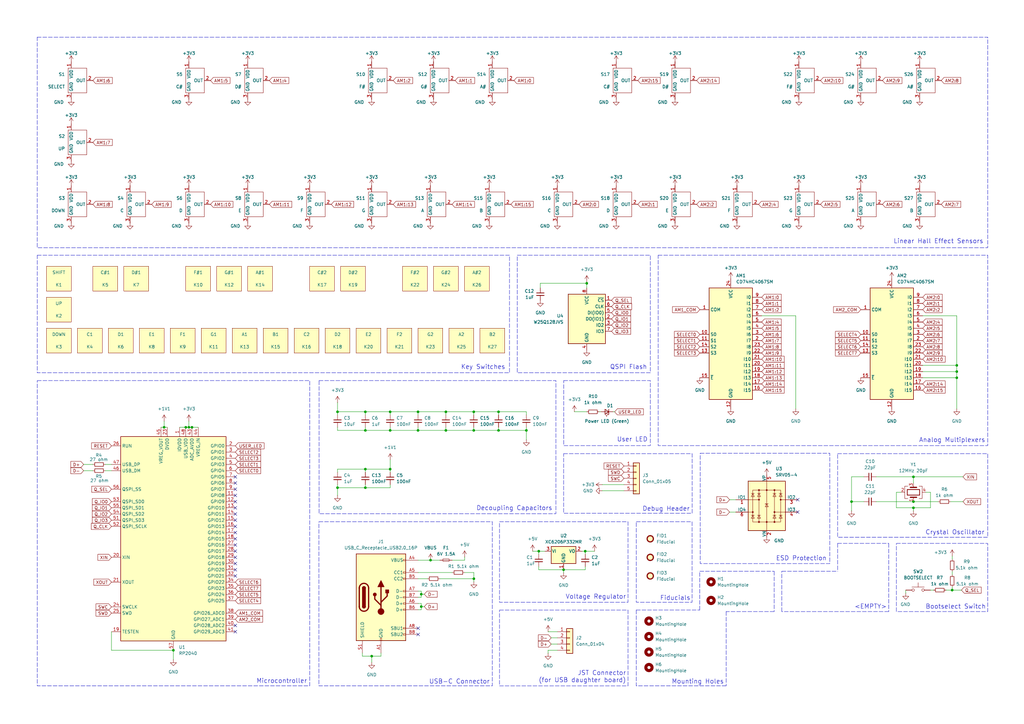
<source format=kicad_sch>
(kicad_sch (version 20231120) (generator "eeschema") (generator_version "8.0")
  (paper "A3")
  (title_block (title "Analog MIDI Keyboard") (date "2024-10-21") (rev "A") (company "Paul Lavender-Jones"))
  (junction (at 138.43 200.025))
  (junction (at 152.4506 269.1101))
  (junction (at 71.12 266.7))
  (junction (at 392.43 154.94))
  (junction (at 182.88 168.91))
  (junction (at 176.5806 229.7401))
  (junction (at 149.86 192.405))
  (junction (at 392.43 149.86))
  (junction (at 215.9 176.53))
  (junction (at 149.86 168.91))
  (junction (at 160.02 176.53))
  (junction (at 67.31 175.26))
  (junction (at 240.03 226.06))
  (junction (at 172.7706 243.7101))
  (junction (at 149.86 176.53))
  (junction (at 182.88 176.53))
  (junction (at 374.65 205.74))
  (junction (at 78.74 175.26))
  (junction (at 240.665 116.205))
  (junction (at 138.43 168.91))
  (junction (at 194.31 176.53))
  (junction (at 171.45 168.91))
  (junction (at 390.5278 242.0279))
  (junction (at 374.65 208.28))
  (junction (at 194.31 168.91))
  (junction (at 76.2 175.26))
  (junction (at 171.45 176.53))
  (junction (at 160.02 168.91))
  (junction (at 77.47 175.26))
  (junction (at 172.7706 248.7901))
  (junction (at 194.3606 237.3601))
  (junction (at 374.65 195.58))
  (junction (at 392.43 152.4))
  (junction (at 204.47 168.91))
  (junction (at 349.25 205.74))
  (junction (at 231.14 233.68))
  (junction (at 204.47 176.53))
  (junction (at 149.86 200.025))
  (junction (at 160.02 192.405))
  (junction (at 220.98 226.06))
  (no_connect (at 96.52 198.12))
  (no_connect (at 171.5006 260.2201))
  (no_connect (at 327.1705 210.0257))
  (no_connect (at 96.52 256.54))
  (no_connect (at 96.52 233.68))
  (no_connect (at 327.1705 204.9457))
  (no_connect (at 96.52 259.08))
  (no_connect (at 96.52 218.44))
  (no_connect (at 96.52 208.28))
  (no_connect (at 96.52 231.14))
  (no_connect (at 96.52 195.58))
  (no_connect (at 96.52 205.74))
  (no_connect (at 96.52 223.52))
  (no_connect (at 96.52 200.66))
  (no_connect (at 96.52 210.82))
  (no_connect (at 96.52 215.9))
  (no_connect (at 96.52 203.2))
  (no_connect (at 171.5006 257.6801))
  (no_connect (at 96.52 220.98))
  (no_connect (at 96.52 228.6))
  (no_connect (at 96.52 213.36))
  (no_connect (at 96.52 226.06))
  (no_connect (at 96.52 236.22))
  (polyline (pts (xy 317.5 234.315) (xy 317.5 250.825)) (stroke (width 0) (type dash)))
  (wire (pts (xy 312.42 129.54) (xy 326.39 129.54)))
  (wire (pts (xy 171.45 176.53) (xy 182.88 176.53)))
  (wire (pts (xy 381.635 208.28) (xy 381.635 201.93)))
  (polyline (pts (xy 260.985 250.19) (xy 287.02 250.19)) (stroke (width 0) (type dash)))
  (wire (pts (xy 68.58 175.26) (xy 67.31 175.26)))
  (wire (pts (xy 138.43 200.025) (xy 149.86 200.025)))
  (wire (pts (xy 34.29 193.04) (xy 38.1 193.04)))
  (wire (pts (xy 172.7706 247.5201) (xy 172.7706 248.7901)))
  (wire (pts (xy 194.31 168.91) (xy 204.47 168.91)))
  (wire (pts (xy 390.5278 242.0279) (xy 394.3378 242.0279)))
  (polyline (pts (xy 343.535 222.885) (xy 343.535 234.315)) (stroke (width 0) (type dash)))
  (wire (pts (xy 194.3606 237.3601) (xy 180.3906 237.3601)))
  (polyline (pts (xy 287.02 234.315) (xy 317.5 234.315)) (stroke (width 0) (type dash)))
  (wire (pts (xy 226.06 264.16) (xy 228.6 264.16)))
  (wire (pts (xy 231.14 233.68) (xy 231.14 234.95)))
  (wire (pts (xy 138.43 200.025) (xy 138.43 203.2)))
  (wire (pts (xy 160.02 168.91) (xy 171.45 168.91)))
  (wire (pts (xy 235.585 168.91) (xy 240.665 168.91)))
  (wire (pts (xy 171.5006 242.4401) (xy 172.7706 242.4401)))
  (wire (pts (xy 194.31 170.18) (xy 194.31 168.91)))
  (wire (pts (xy 378.46 149.86) (xy 392.43 149.86)))
  (wire (pts (xy 45.72 266.7) (xy 71.12 266.7)))
  (polyline (pts (xy 297.815 281.305) (xy 260.985 281.305)) (stroke (width 0) (type dash)))
  (wire (pts (xy 221.615 116.205) (xy 240.665 116.205)))
  (wire (pts (xy 172.7706 244.9801) (xy 171.5006 244.9801)))
  (wire (pts (xy 390.5278 228.0579) (xy 390.5278 229.3279)))
  (wire (pts (xy 381.635 201.93) (xy 379.73 201.93)))
  (polyline (pts (xy 297.815 250.825) (xy 297.815 281.305)) (stroke (width 0) (type dash)))
  (wire (pts (xy 171.5006 229.7401) (xy 176.5806 229.7401)))
  (polyline (pts (xy 317.5 250.825) (xy 297.815 250.825)) (stroke (width 0) (type dash)))
  (wire (pts (xy 392.43 149.86) (xy 392.43 152.4)))
  (wire (pts (xy 176.5806 229.7401) (xy 180.3906 229.7401)))
  (wire (pts (xy 354.33 195.58) (xy 349.25 195.58)))
  (wire (pts (xy 160.02 188.595) (xy 160.02 192.405)))
  (wire (pts (xy 349.25 195.58) (xy 349.25 205.74)))
  (wire (pts (xy 160.02 176.53) (xy 171.45 176.53)))
  (wire (pts (xy 76.2 175.26) (xy 77.47 175.26)))
  (wire (pts (xy 171.5006 234.8201) (xy 185.4706 234.8201)))
  (wire (pts (xy 149.86 192.405) (xy 160.02 192.405)))
  (wire (pts (xy 138.43 168.91) (xy 138.43 170.18)))
  (wire (pts (xy 149.86 168.91) (xy 160.02 168.91)))
  (wire (pts (xy 160.02 198.755) (xy 160.02 200.025)))
  (wire (pts (xy 149.86 198.755) (xy 149.86 200.025)))
  (wire (pts (xy 78.74 175.26) (xy 81.28 175.26)))
  (wire (pts (xy 392.43 129.54) (xy 392.43 149.86)))
  (wire (pts (xy 138.43 176.53) (xy 149.86 176.53)))
  (wire (pts (xy 172.7706 248.7901) (xy 172.7706 250.0601)))
  (wire (pts (xy 67.31 175.26) (xy 67.31 172.72)))
  (wire (pts (xy 66.04 175.26) (xy 67.31 175.26)))
  (wire (pts (xy 374.65 205.74) (xy 384.81 205.74)))
  (wire (pts (xy 220.98 232.41) (xy 220.98 233.68)))
  (wire (pts (xy 171.5006 247.5201) (xy 172.7706 247.5201)))
  (wire (pts (xy 390.5278 240.7579) (xy 390.5278 242.0279)))
  (wire (pts (xy 138.43 193.675) (xy 138.43 192.405)))
  (polyline (pts (xy 260.985 250.19) (xy 260.985 281.305)) (stroke (width 0) (type dash)))
  (wire (pts (xy 77.47 175.26) (xy 78.74 175.26)))
  (wire (pts (xy 148.6406 269.1101) (xy 152.4506 269.1101)))
  (wire (pts (xy 215.9 176.53) (xy 215.9 175.26)))
  (wire (pts (xy 194.3606 234.8201) (xy 194.3606 237.3601)))
  (wire (pts (xy 152.4506 269.1101) (xy 152.4506 271.6501)))
  (wire (pts (xy 240.03 233.68) (xy 231.14 233.68)))
  (wire (pts (xy 299.2305 204.9457) (xy 301.7705 204.9457)))
  (wire (pts (xy 367.665 208.28) (xy 374.65 208.28)))
  (wire (pts (xy 218.44 226.06) (xy 220.98 226.06)))
  (wire (pts (xy 149.86 168.91) (xy 149.86 170.18)))
  (wire (pts (xy 182.88 176.53) (xy 194.31 176.53)))
  (wire (pts (xy 228.6 266.7) (xy 224.79 266.7)))
  (wire (pts (xy 392.43 167.64) (xy 392.43 154.94)))
  (wire (pts (xy 45.72 259.08) (xy 45.72 266.7)))
  (wire (pts (xy 182.88 168.91) (xy 171.45 168.91)))
  (wire (pts (xy 138.43 192.405) (xy 149.86 192.405)))
  (wire (pts (xy 220.98 227.33) (xy 220.98 226.06)))
  (wire (pts (xy 194.31 175.26) (xy 194.31 176.53)))
  (wire (pts (xy 378.46 152.4) (xy 392.43 152.4)))
  (wire (pts (xy 349.25 205.74) (xy 349.25 209.55)))
  (wire (pts (xy 215.9 170.18) (xy 215.9 168.91)))
  (wire (pts (xy 221.615 116.205) (xy 221.615 118.11)))
  (wire (pts (xy 247.015 201.295) (xy 255.905 201.295)))
  (wire (pts (xy 34.29 190.5) (xy 38.1 190.5)))
  (wire (pts (xy 138.43 168.91) (xy 138.43 165.1)))
  (wire (pts (xy 381.6378 242.0279) (xy 382.9078 242.0279)))
  (wire (pts (xy 240.665 116.205) (xy 240.665 118.11)))
  (wire (pts (xy 194.3606 238.6301) (xy 194.3606 237.3601)))
  (wire (pts (xy 194.31 176.53) (xy 204.47 176.53)))
  (wire (pts (xy 160.02 192.405) (xy 160.02 193.675)))
  (wire (pts (xy 367.665 201.93) (xy 367.665 208.28)))
  (wire (pts (xy 171.5006 237.3601) (xy 175.3106 237.3601)))
  (wire (pts (xy 390.5278 234.4079) (xy 390.5278 235.6779)))
  (polyline (pts (xy 320.675 234.315) (xy 343.535 234.315)) (stroke (width 0) (type dash)))
  (wire (pts (xy 371.4778 242.0279) (xy 371.4778 243.2979)))
  (wire (pts (xy 73.66 175.26) (xy 76.2 175.26)))
  (wire (pts (xy 182.88 175.26) (xy 182.88 176.53)))
  (polyline (pts (xy 364.49 222.885) (xy 364.49 250.825)) (stroke (width 0) (type dash)))
  (wire (pts (xy 252.095 168.91) (xy 251.46 168.91)))
  (wire (pts (xy 224.79 266.7) (xy 224.79 267.97)))
  (wire (pts (xy 172.7706 242.4401) (xy 172.7706 243.7101)))
  (wire (pts (xy 172.7706 250.0601) (xy 171.5006 250.0601)))
  (wire (pts (xy 204.47 175.26) (xy 204.47 176.53)))
  (wire (pts (xy 224.79 259.08) (xy 228.6 259.08)))
  (wire (pts (xy 160.02 175.26) (xy 160.02 176.53)))
  (wire (pts (xy 182.88 168.91) (xy 194.31 168.91)))
  (wire (pts (xy 172.7706 243.7101) (xy 174.0406 243.7101)))
  (wire (pts (xy 172.7706 243.7101) (xy 172.7706 244.9801)))
  (wire (pts (xy 171.45 170.18) (xy 171.45 168.91)))
  (wire (pts (xy 182.88 168.91) (xy 182.88 170.18)))
  (wire (pts (xy 326.39 167.64) (xy 326.39 129.54)))
  (wire (pts (xy 359.41 205.74) (xy 374.65 205.74)))
  (wire (pts (xy 378.46 154.94) (xy 392.43 154.94)))
  (wire (pts (xy 243.84 226.06) (xy 240.03 226.06)))
  (wire (pts (xy 299.2305 210.0257) (xy 301.7705 210.0257)))
  (wire (pts (xy 171.45 175.26) (xy 171.45 176.53)))
  (wire (pts (xy 190.5506 229.7401) (xy 185.4706 229.7401)))
  (wire (pts (xy 148.6406 267.8401) (xy 148.6406 269.1101)))
  (wire (pts (xy 220.98 233.68) (xy 231.14 233.68)))
  (wire (pts (xy 369.57 201.93) (xy 367.665 201.93)))
  (wire (pts (xy 138.43 168.91) (xy 149.86 168.91)))
  (wire (pts (xy 374.65 208.28) (xy 374.65 209.55)))
  (wire (pts (xy 392.43 152.4) (xy 392.43 154.94)))
  (wire (pts (xy 240.03 226.06) (xy 238.76 226.06)))
  (wire (pts (xy 156.2606 267.8401) (xy 156.2606 269.1101)))
  (wire (pts (xy 149.86 192.405) (xy 149.86 193.675)))
  (wire (pts (xy 43.18 190.5) (xy 45.72 190.5)))
  (wire (pts (xy 389.89 205.74) (xy 394.97 205.74)))
  (wire (pts (xy 247.015 198.755) (xy 255.905 198.755)))
  (wire (pts (xy 245.745 168.91) (xy 246.38 168.91)))
  (wire (pts (xy 359.41 195.58) (xy 374.65 195.58)))
  (polyline (pts (xy 343.535 222.885) (xy 364.49 222.885)) (stroke (width 0) (type dash)))
  (wire (pts (xy 374.65 195.58) (xy 394.97 195.58)))
  (wire (pts (xy 215.9 168.91) (xy 204.47 168.91)))
  (polyline (pts (xy 320.675 250.825) (xy 320.675 234.315)) (stroke (width 0) (type dash)))
  (wire (pts (xy 220.98 226.06) (xy 223.52 226.06)))
  (wire (pts (xy 215.9 176.53) (xy 215.9 180.34)))
  (wire (pts (xy 374.65 208.28) (xy 381.635 208.28)))
  (wire (pts (xy 149.86 176.53) (xy 160.02 176.53)))
  (wire (pts (xy 204.47 168.91) (xy 204.47 170.18)))
  (wire (pts (xy 387.9878 242.0279) (xy 390.5278 242.0279)))
  (wire (pts (xy 138.43 198.755) (xy 138.43 200.025)))
  (polyline (pts (xy 287.02 250.19) (xy 287.02 234.315)) (stroke (width 0) (type dash)))
  (wire (pts (xy 190.5506 228.4701) (xy 190.5506 229.7401)))
  (wire (pts (xy 226.06 261.62) (xy 228.6 261.62)))
  (wire (pts (xy 160.02 168.91) (xy 160.02 170.18)))
  (wire (pts (xy 392.43 129.54) (xy 378.46 129.54)))
  (wire (pts (xy 240.03 232.41) (xy 240.03 233.68)))
  (wire (pts (xy 77.47 172.72) (xy 77.47 175.26)))
  (wire (pts (xy 204.47 176.53) (xy 215.9 176.53)))
  (wire (pts (xy 190.5506 234.8201) (xy 194.3606 234.8201)))
  (wire (pts (xy 152.4506 269.1101) (xy 156.2606 269.1101)))
  (wire (pts (xy 349.25 205.74) (xy 354.33 205.74)))
  (wire (pts (xy 43.18 193.04) (xy 45.72 193.04)))
  (wire (pts (xy 172.7706 248.7901) (xy 174.0406 248.7901)))
  (wire (pts (xy 138.43 176.53) (xy 138.43 175.26)))
  (wire (pts (xy 240.03 227.33) (xy 240.03 226.06)))
  (wire (pts (xy 149.86 175.26) (xy 149.86 176.53)))
  (wire (pts (xy 71.12 266.7) (xy 71.12 270.51)))
  (wire (pts (xy 240.665 115.57) (xy 240.665 116.205)))
  (wire (pts (xy 149.86 200.025) (xy 160.02 200.025)))
  (polyline (pts (xy 364.49 250.825) (xy 320.675 250.825)) (stroke (width 0) (type dash)))
  (wire (pts (xy 374.65 195.58) (xy 374.65 198.12)))
  (rectangle (start 204.8697 250.2105) (end 257.5747 281.3255) (stroke (width 0) (type dash)))
  (rectangle (start 212.1406 104.6451) (end 266.7506 152.9051) (stroke (width 0) (type dash)))
  (rectangle (start 367.665 222.885) (end 405.13 250.825) (stroke (width 0) (type dash)))
  (rectangle (start 204.8697 214.0155) (end 257.5747 247.0355) (stroke (width 0) (type dash)))
  (rectangle (start 231.1906 156.0801) (end 266.7506 182.7501) (stroke (width 0) (type dash)))
  (rectangle (start 260.985 213.995) (end 283.845 247.015) (stroke (width 0) (type dash)))
  (rectangle (start 130.81 213.995) (end 201.93 281.305) (stroke (width 0) (type dash)))
  (rectangle (start 343.535 186.055) (end 405.13 220.345) (stroke (width 0) (type dash)))
  (rectangle (start 15.2906 156.0801) (end 127.0506 281.305) (stroke (width 0) (type dash)))
  (rectangle (start 287.1655 185.8957) (end 340.36 231.14) (stroke (width 0) (type dash)))
  (rectangle (start 269.9256 104.6451) (end 405.13 182.7501) (stroke (width 0) (type dash)))
  (rectangle (start 130.8606 156.0801) (end 228.0156 210.6901) (stroke (width 0) (type dash)))
  (rectangle (start 15.24 15.24) (end 405.13 101.6) (stroke (width 0) (type dash)))
  (rectangle (start 15.2906 104.6451) (end 208.9656 152.9051) (stroke (width 0) (type dash)))
  (rectangle (start 231.1604 186.055) (end 283.8654 210.5361) (stroke (width 0) (type dash)))
  (text "Debug Header" (at 282.956 208.788 0) (effects (font (size 1.8288 1.8288)) (justify right)))
  (text "Decoupling Capacitors" (at 226.568 208.534 0) (effects (font (size 1.8288 1.8288)) (justify right)))
  (text "Microcontroller" (at 125.984 279.4 0) (effects (font (size 1.8288 1.8288)) (justify right)))
  (text "Bootselect Switch" (at 404.368 248.92 0) (effects (font (size 1.8288 1.8288)) (justify right)))
  (text "Voltage Regulator" (at 256.794 244.856 0) (effects (font (size 1.8288 1.8288)) (justify right)))
  (text "Fiducials" (at 283.21 245.364 0) (effects (font (size 1.8288 1.8288)) (justify right)))
  (text "QSPI Flash" (at 265.43 150.622 0) (effects (font (size 1.8288 1.8288)) (justify right)))
  (text "<EMPTY>" (at 363.728 248.92 0) (effects (font (size 1.8288 1.8288)) (justify right)))
  (text "Crystal Oscillator" (at 403.86 218.44 0) (effects (font (size 1.8288 1.8288)) (justify right)))
  (text "IC" (at 0.635 -248.285 0) (effects (font (size 2.54 2.54)) (justify left bottom)))
  (text "JST Connector\n(for USB daughter board)" (at 256.794 277.622 0) (effects (font (size 1.8288 1.8288)) (justify right)))
  (text "Key Switches" (at 207.264 150.622 0) (effects (font (size 1.8288 1.8288)) (justify right)))
  (text "USB-C Connector" (at 200.914 279.654 0) (effects (font (size 1.8288 1.8288)) (justify right)))
  (text "ESD Protection" (at 339.09 229.108 0) (effects (font (size 1.8288 1.8288)) (justify right)))
  (text "Mounting Holes\n" (at 296.926 279.654 0) (effects (font (size 1.8288 1.8288)) (justify right)))
  (text "User LED" (at 265.6537 180.3367 0) (effects (font (size 1.8288 1.8288)) (justify right)))
  (text "Analog Multiplexers" (at 404.114 180.594 0) (effects (font (size 1.8288 1.8288)) (justify right)))
  (text "Linear Hall Effect Sensors" (at 403.352 99.06 0) (effects (font (size 1.8288 1.8288)) (justify right)))
  (global_label "AM1_COM" (shape input) (at 96.52 251.46 0) (property "Intersheetrefs" "${INTERSHEET_REFS}" (effects (hide yes))))
  (global_label "SELECT4" (shape input) (at 96.52 246.38 0) (property "Intersheetrefs" "${INTERSHEET_REFS}" (effects (hide yes))))
  (global_label "AM2:4" (shape input) (at 311.15 83.82 0) (property "Intersheetrefs" "${INTERSHEET_REFS}" (effects (hide yes))))
  (global_label "AM1:5" (shape input) (at 86.36 33.02 0) (property "Intersheetrefs" "${INTERSHEET_REFS}" (effects (hide yes))))
  (global_label "AM2:15" (shape input) (at 378.46 160.02 0) (property "Intersheetrefs" "${INTERSHEET_REFS}" (effects (hide yes))))
  (global_label "SELECT0" (shape input) (at 287.02 137.16 180) (property "Intersheetrefs" "${INTERSHEET_REFS}" (effects (hide yes))))
  (global_label "SWD" (shape input) (at 255.905 193.675 180) (property "Intersheetrefs" "${INTERSHEET_REFS}" (effects (hide yes))))
  (global_label "AM1:4" (shape input) (at 312.42 132.08 0) (property "Intersheetrefs" "${INTERSHEET_REFS}" (effects (hide yes))))
  (global_label "AM1:7" (shape input) (at 312.42 139.7 0) (property "Intersheetrefs" "${INTERSHEET_REFS}" (effects (hide yes))))
  (global_label "AM2:5" (shape input) (at 336.55 83.82 0) (property "Intersheetrefs" "${INTERSHEET_REFS}" (effects (hide yes))))
  (global_label "SELECT7" (shape input) (at 96.52 241.3 0) (property "Intersheetrefs" "${INTERSHEET_REFS}" (effects (hide yes))))
  (global_label "SELECT1" (shape input) (at 287.02 139.7 180) (property "Intersheetrefs" "${INTERSHEET_REFS}" (effects (hide yes))))
  (global_label "AM1_COM" (shape input) (at 287.02 127 180) (property "Intersheetrefs" "${INTERSHEET_REFS}" (effects (hide yes))))
  (global_label "Q_SEL" (shape input) (at 394.3378 242.0279 0) (property "Intersheetrefs" "${INTERSHEET_REFS}" (effects (hide yes))))
  (global_label "Q_IO1" (shape input) (at 250.825 130.81 0) (property "Intersheetrefs" "${INTERSHEET_REFS}" (effects (hide yes))))
  (global_label "AM2:15" (shape input) (at 261.62 33.02 0) (property "Intersheetrefs" "${INTERSHEET_REFS}" (effects (hide yes))))
  (global_label "AM1:8" (shape input) (at 38.1 83.82 0) (property "Intersheetrefs" "${INTERSHEET_REFS}" (effects (hide yes))))
  (global_label "AM1:6" (shape input) (at 38.1 33.02 0) (property "Intersheetrefs" "${INTERSHEET_REFS}" (effects (hide yes))))
  (global_label "Q_SEL" (shape input) (at 250.825 123.19 0) (property "Intersheetrefs" "${INTERSHEET_REFS}" (effects (hide yes))))
  (global_label "AM2:5" (shape input) (at 378.46 134.62 0) (property "Intersheetrefs" "${INTERSHEET_REFS}" (effects (hide yes))))
  (global_label "AM1:13" (shape input) (at 312.42 154.94 0) (property "Intersheetrefs" "${INTERSHEET_REFS}" (effects (hide yes))))
  (global_label "D+" (shape input) (at 226.06 264.16 180) (property "Intersheetrefs" "${INTERSHEET_REFS}" (effects (hide yes))))
  (global_label "USER_LED" (shape input) (at 96.52 182.88 0) (property "Intersheetrefs" "${INTERSHEET_REFS}" (effects (hide yes))))
  (global_label "AM2:0" (shape input) (at 237.49 83.82 0) (property "Intersheetrefs" "${INTERSHEET_REFS}" (effects (hide yes))))
  (global_label "Q_CLK" (shape input) (at 45.72 215.9 180) (property "Intersheetrefs" "${INTERSHEET_REFS}" (effects (hide yes))))
  (global_label "SWC" (shape input) (at 255.905 196.215 180) (property "Intersheetrefs" "${INTERSHEET_REFS}" (effects (hide yes))))
  (global_label "AM1:13" (shape input) (at 161.29 83.82 0) (property "Intersheetrefs" "${INTERSHEET_REFS}" (effects (hide yes))))
  (global_label "AM1:9" (shape input) (at 312.42 144.78 0) (property "Intersheetrefs" "${INTERSHEET_REFS}" (effects (hide yes))))
  (global_label "AM1:11" (shape input) (at 110.49 83.82 0) (property "Intersheetrefs" "${INTERSHEET_REFS}" (effects (hide yes))))
  (global_label "D+" (shape input) (at 174.0406 248.7901 0) (property "Intersheetrefs" "${INTERSHEET_REFS}" (effects (hide yes))))
  (global_label "AM1:0" (shape input) (at 210.82 33.02 0) (property "Intersheetrefs" "${INTERSHEET_REFS}" (effects (hide yes))))
  (global_label "SELECT6" (shape input) (at 96.52 238.76 0) (property "Intersheetrefs" "${INTERSHEET_REFS}" (effects (hide yes))))
  (global_label "SELECT3" (shape input) (at 96.52 187.96 0) (property "Intersheetrefs" "${INTERSHEET_REFS}" (effects (hide yes))))
  (global_label "AM1:15" (shape input) (at 312.42 160.02 0) (property "Intersheetrefs" "${INTERSHEET_REFS}" (effects (hide yes))))
  (global_label "D-" (shape input) (at 299.2305 210.0257 180) (property "Intersheetrefs" "${INTERSHEET_REFS}" (effects (hide yes))))
  (global_label "Q_IO3" (shape input) (at 45.72 213.36 180) (property "Intersheetrefs" "${INTERSHEET_REFS}" (effects (hide yes))))
  (global_label "SELECT2" (shape input) (at 96.52 185.42 0) (property "Intersheetrefs" "${INTERSHEET_REFS}" (effects (hide yes))))
  (global_label "AM2:2" (shape input) (at 285.75 83.82 0) (property "Intersheetrefs" "${INTERSHEET_REFS}" (effects (hide yes))))
  (global_label "AM1:12" (shape input) (at 312.42 152.4 0) (property "Intersheetrefs" "${INTERSHEET_REFS}" (effects (hide yes))))
  (global_label "AM2:2" (shape input) (at 378.46 127 0) (property "Intersheetrefs" "${INTERSHEET_REFS}" (effects (hide yes))))
  (global_label "AM2:6" (shape input) (at 378.46 137.16 0) (property "Intersheetrefs" "${INTERSHEET_REFS}" (effects (hide yes))))
  (global_label "AM1:14" (shape input) (at 312.42 157.48 0) (property "Intersheetrefs" "${INTERSHEET_REFS}" (effects (hide yes))))
  (global_label "D-" (shape input) (at 174.0406 243.7101 0) (property "Intersheetrefs" "${INTERSHEET_REFS}" (effects (hide yes))))
  (global_label "AM1:5" (shape input) (at 312.42 134.62 0) (property "Intersheetrefs" "${INTERSHEET_REFS}" (effects (hide yes))))
  (global_label "AM1:0" (shape input) (at 312.42 121.92 0) (property "Intersheetrefs" "${INTERSHEET_REFS}" (effects (hide yes))))
  (global_label "AM1:15" (shape input) (at 209.55 83.82 0) (property "Intersheetrefs" "${INTERSHEET_REFS}" (effects (hide yes))))
  (global_label "Q_IO2" (shape input) (at 45.72 210.82 180) (property "Intersheetrefs" "${INTERSHEET_REFS}" (effects (hide yes))))
  (global_label "AM1:1" (shape input) (at 186.69 33.02 0) (property "Intersheetrefs" "${INTERSHEET_REFS}" (effects (hide yes))))
  (global_label "Q_IO2" (shape input) (at 250.825 133.35 0) (property "Intersheetrefs" "${INTERSHEET_REFS}" (effects (hide yes))))
  (global_label "AM2:1" (shape input) (at 261.62 83.82 0) (property "Intersheetrefs" "${INTERSHEET_REFS}" (effects (hide yes))))
  (global_label "AM1:12" (shape input) (at 135.89 83.82 0) (property "Intersheetrefs" "${INTERSHEET_REFS}" (effects (hide yes))))
  (global_label "Q_SEL" (shape input) (at 45.72 200.66 180) (property "Intersheetrefs" "${INTERSHEET_REFS}" (effects (hide yes))))
  (global_label "SELECT1" (shape input) (at 96.52 190.5 0) (property "Intersheetrefs" "${INTERSHEET_REFS}" (effects (hide yes))))
  (global_label "SWD" (shape input) (at 45.72 251.46 180) (property "Intersheetrefs" "${INTERSHEET_REFS}" (effects (hide yes))))
  (global_label "Q_CLK" (shape input) (at 250.825 125.73 0) (property "Intersheetrefs" "${INTERSHEET_REFS}" (effects (hide yes))))
  (global_label "Q_IO1" (shape input) (at 45.72 208.28 180) (property "Intersheetrefs" "${INTERSHEET_REFS}" (effects (hide yes))))
  (global_label "XOUT" (shape input) (at 45.72 238.76 180) (property "Intersheetrefs" "${INTERSHEET_REFS}" (effects (hide yes))))
  (global_label "AM2:8" (shape input) (at 378.46 142.24 0) (property "Intersheetrefs" "${INTERSHEET_REFS}" (effects (hide yes))))
  (global_label "SELECT4" (shape input) (at 353.06 137.16 180) (property "Intersheetrefs" "${INTERSHEET_REFS}" (effects (hide yes))))
  (global_label "D-" (shape input) (at 34.29 193.04 180) (property "Intersheetrefs" "${INTERSHEET_REFS}" (effects (hide yes))))
  (global_label "AM2:8" (shape input) (at 386.08 33.02 0) (property "Intersheetrefs" "${INTERSHEET_REFS}" (effects (hide yes))))
  (global_label "SELECT2" (shape input) (at 287.02 142.24 180) (property "Intersheetrefs" "${INTERSHEET_REFS}" (effects (hide yes))))
  (global_label "AM1:4" (shape input) (at 110.49 33.02 0) (property "Intersheetrefs" "${INTERSHEET_REFS}" (effects (hide yes))))
  (global_label "AM1:1" (shape input) (at 312.42 124.46 0) (property "Intersheetrefs" "${INTERSHEET_REFS}" (effects (hide yes))))
  (global_label "AM1:10" (shape input) (at 86.36 83.82 0) (property "Intersheetrefs" "${INTERSHEET_REFS}" (effects (hide yes))))
  (global_label "AM2_COM" (shape input) (at 96.52 254 0) (property "Intersheetrefs" "${INTERSHEET_REFS}" (effects (hide yes))))
  (global_label "SELECT5" (shape input) (at 353.06 139.7 180) (property "Intersheetrefs" "${INTERSHEET_REFS}" (effects (hide yes))))
  (global_label "Q_IO3" (shape input) (at 250.825 135.89 0) (property "Intersheetrefs" "${INTERSHEET_REFS}" (effects (hide yes))))
  (global_label "SWC" (shape input) (at 45.72 248.92 180) (property "Intersheetrefs" "${INTERSHEET_REFS}" (effects (hide yes))))
  (global_label "SELECT5" (shape input) (at 96.52 243.84 0) (property "Intersheetrefs" "${INTERSHEET_REFS}" (effects (hide yes))))
  (global_label "AM1:8" (shape input) (at 312.42 142.24 0) (property "Intersheetrefs" "${INTERSHEET_REFS}" (effects (hide yes))))
  (global_label "AM2:1" (shape input) (at 378.46 124.46 0) (property "Intersheetrefs" "${INTERSHEET_REFS}" (effects (hide yes))))
  (global_label "D+" (shape input) (at 34.29 190.5 180) (property "Intersheetrefs" "${INTERSHEET_REFS}" (effects (hide yes))))
  (global_label "AM1:11" (shape input) (at 312.42 149.86 0) (property "Intersheetrefs" "${INTERSHEET_REFS}" (effects (hide yes))))
  (global_label "AM2:9" (shape input) (at 378.46 144.78 0) (property "Intersheetrefs" "${INTERSHEET_REFS}" (effects (hide yes))))
  (global_label "AM2_COM" (shape input) (at 353.06 127 180) (property "Intersheetrefs" "${INTERSHEET_REFS}" (effects (hide yes))))
  (global_label "AM2:7" (shape input) (at 386.08 83.82 0) (property "Intersheetrefs" "${INTERSHEET_REFS}" (effects (hide yes))))
  (global_label "RESET" (shape input) (at 45.72 182.88 180) (property "Intersheetrefs" "${INTERSHEET_REFS}" (effects (hide yes))))
  (global_label "RESET" (shape input) (at 255.905 191.135 180) (property "Intersheetrefs" "${INTERSHEET_REFS}" (effects (hide yes))))
  (global_label "AM1:9" (shape input) (at 62.23 83.82 0) (property "Intersheetrefs" "${INTERSHEET_REFS}" (effects (hide yes))))
  (global_label "AM2:9" (shape input) (at 361.95 33.02 0) (property "Intersheetrefs" "${INTERSHEET_REFS}" (effects (hide yes))))
  (global_label "AM1:7" (shape input) (at 38.1 58.42 0) (property "Intersheetrefs" "${INTERSHEET_REFS}" (effects (hide yes))))
  (global_label "AM2:10" (shape input) (at 378.46 147.32 0) (property "Intersheetrefs" "${INTERSHEET_REFS}" (effects (hide yes))))
  (global_label "AM1:2" (shape input) (at 312.42 127 0) (property "Intersheetrefs" "${INTERSHEET_REFS}" (effects (hide yes))))
  (global_label "AM1:6" (shape input) (at 312.42 137.16 0) (property "Intersheetrefs" "${INTERSHEET_REFS}" (effects (hide yes))))
  (global_label "AM2:14" (shape input) (at 378.46 157.48 0) (property "Intersheetrefs" "${INTERSHEET_REFS}" (effects (hide yes))))
  (global_label "SELECT0" (shape input) (at 96.52 193.04 0) (property "Intersheetrefs" "${INTERSHEET_REFS}" (effects (hide yes))))
  (global_label "D+" (shape input) (at 299.2305 204.9457 180) (property "Intersheetrefs" "${INTERSHEET_REFS}" (effects (hide yes))))
  (global_label "AM2:10" (shape input) (at 336.55 33.02 0) (property "Intersheetrefs" "${INTERSHEET_REFS}" (effects (hide yes))))
  (global_label "Q_IO0" (shape input) (at 250.825 128.27 0) (property "Intersheetrefs" "${INTERSHEET_REFS}" (effects (hide yes))))
  (global_label "XIN" (shape input) (at 394.97 195.58 0) (property "Intersheetrefs" "${INTERSHEET_REFS}" (effects (hide yes))))
  (global_label "AM2:14" (shape input) (at 285.75 33.02 0) (property "Intersheetrefs" "${INTERSHEET_REFS}" (effects (hide yes))))
  (global_label "AM1:10" (shape input) (at 312.42 147.32 0) (property "Intersheetrefs" "${INTERSHEET_REFS}" (effects (hide yes))))
  (global_label "AM1:2" (shape input) (at 161.29 33.02 0) (property "Intersheetrefs" "${INTERSHEET_REFS}" (effects (hide yes))))
  (global_label "USER_LED" (shape input) (at 252.095 168.91 0) (property "Intersheetrefs" "${INTERSHEET_REFS}" (effects (hide yes))))
  (global_label "XOUT" (shape input) (at 394.97 205.74 0) (property "Intersheetrefs" "${INTERSHEET_REFS}" (effects (hide yes))))
  (global_label "AM2:4" (shape input) (at 378.46 132.08 0) (property "Intersheetrefs" "${INTERSHEET_REFS}" (effects (hide yes))))
  (global_label "SELECT6" (shape input) (at 353.06 142.24 180) (property "Intersheetrefs" "${INTERSHEET_REFS}" (effects (hide yes))))
  (global_label "AM2:0" (shape input) (at 378.46 121.92 0) (property "Intersheetrefs" "${INTERSHEET_REFS}" (effects (hide yes))))
  (global_label "D-" (shape input) (at 226.06 261.62 180) (property "Intersheetrefs" "${INTERSHEET_REFS}" (effects (hide yes))))
  (global_label "SELECT7" (shape input) (at 353.06 144.78 180) (property "Intersheetrefs" "${INTERSHEET_REFS}" (effects (hide yes))))
  (global_label "XIN" (shape input) (at 45.72 228.6 180) (property "Intersheetrefs" "${INTERSHEET_REFS}" (effects (hide yes))))
  (global_label "SELECT3" (shape input) (at 287.02 144.78 180) (property "Intersheetrefs" "${INTERSHEET_REFS}" (effects (hide yes))))
  (global_label "Q_IO0" (shape input) (at 45.72 205.74 180) (property "Intersheetrefs" "${INTERSHEET_REFS}" (effects (hide yes))))
  (global_label "AM2:7" (shape input) (at 378.46 139.7 0) (property "Intersheetrefs" "${INTERSHEET_REFS}" (effects (hide yes))))
  (global_label "AM2:6" (shape input) (at 361.95 83.82 0) (property "Intersheetrefs" "${INTERSHEET_REFS}" (effects (hide yes))))
  (global_label "AM1:14" (shape input) (at 185.42 83.82 0) (property "Intersheetrefs" "${INTERSHEET_REFS}" (effects (hide yes))))
  (symbol (lib_id "power:+3V3") (at 299.72 114.3 0) (unit 1)
    (property "Reference" "#PWR01" (effects (hide yes)))
    (property "Value" "+3V3" (at 299.72 109.855 0))
    (property "Description" "Power symbol creates a global label with name \"+3V3\"" (effects (hide yes)))
  )
  (symbol (lib_id "KeyboardSymbols:GenericSwitch") (at 43.18 114.3 0) (unit 1) (exclude_from_sim yes) (in_bom no)
    (property "Reference" "K5" (at 43.18 116.84 0))
    (property "Value" "C#1" (at 43.18 111.76 0))
    (property "Footprint" "KeyboardFootprints:Generic_MX_PCB_1u" (effects (hide yes)))
    (property "Description" "Placeholder Generic Switch Footprint" (effects (hide yes)))
  )
  (symbol (lib_id "KeyboardSymbols:3PinHallEffect") (at 31.75 83.82 0) (unit 1)
    (property "Reference" "S3" (at 26.67 81.28 0) (effects (justify right)))
    (property "Value" "DOWN" (at 26.67 86.36 0) (effects (justify right)))
    (property "Footprint" "Package_TO_SOT_SMD:SOT-23-3" (effects (hide yes)))
    (property "LCSC" "C266230" (effects (hide yes)))
    (property "MPN" "GH39FKSW" (effects (hide yes)))
    (property "Notes" "Alternate part: OH49E-S (C85573)" (effects (hide yes)))
  )
  (symbol (lib_id "power:+3V3") (at 176.53 76.2 0) (unit 1)
    (property "Reference" "#PWR028" (effects (hide yes)))
    (property "Value" "+3V3" (at 176.53 72.644 0))
    (property "Description" "Power symbol creates a global label with name \"+3V3\"" (effects (hide yes)))
  )
  (symbol (lib_id "power:GND") (at 101.6 40.64 0) (unit 1)
    (property "Reference" "#PWR013" (effects (hide yes)))
    (property "Value" "GND" (at 96.52 41.91 0))
    (property "Description" "Power symbol creates a global label with name \"GND\" , ground" (effects (hide yes)))
  )
  (symbol (lib_id "power:+3V3") (at 53.34 76.2 0) (unit 1)
    (property "Reference" "#PWR016" (effects (hide yes)))
    (property "Value" "+3V3" (at 53.34 72.644 0))
    (property "Description" "Power symbol creates a global label with name \"+3V3\"" (effects (hide yes)))
  )
  (symbol (lib_id "Device:R_Small") (at 385.4478 242.0279 90) (unit 1)
    (property "Reference" "R7" (at 385.4478 236.9479 90))
    (property "Value" "1k ohm" (at 385.4478 239.4879 90))
    (property "Footprint" "Resistor_SMD:R_0402_1005Metric" (effects (hide yes)))
    (property "LCSC" "C11702" (effects (hide yes)))
  )
  (symbol (lib_id "KeyboardSymbols:GenericSwitch") (at 138.43 139.7 0) (unit 1) (exclude_from_sim yes) (in_bom no)
    (property "Reference" "K18" (at 138.43 142.24 0))
    (property "Value" "D2" (at 138.43 137.16 0))
    (property "Footprint" "KeyboardFootprints:Generic_MX_PCB_2u" (effects (hide yes)))
    (property "Description" "Placeholder Generic Switch Footprint" (effects (hide yes)))
  )
  (symbol (lib_id "power:GND") (at 194.3606 238.6301 0) (unit 1)
    (property "Reference" "#PWR044" (effects (hide yes)))
    (property "Value" "GND" (at 194.3606 243.7101 0))
    (property "Description" "Power symbol creates a global label with name \"GND\" , ground" (effects (hide yes)))
  )
  (symbol (lib_id "power:+3V3") (at 77.47 172.72 0) (unit 1)
    (property "Reference" "#PWR092" (effects (hide yes)))
    (property "Value" "+3V3" (at 77.47 167.64 0))
    (property "Description" "Power symbol creates a global label with name \"+3V3\"" (effects (hide yes)))
  )
  (symbol (lib_id "power:GND") (at 29.21 66.04 0) (unit 1)
    (property "Reference" "#PWR06" (effects (hide yes)))
    (property "Value" "GND" (at 24.13 67.31 0))
    (property "Description" "Power symbol creates a global label with name \"GND\" , ground" (effects (hide yes)))
  )
  (symbol (lib_id "KeyboardSymbols:GenericSwitch") (at 163.83 139.7 0) (unit 1) (exclude_from_sim yes) (in_bom no)
    (property "Reference" "K21" (at 163.83 142.24 0))
    (property "Value" "F2" (at 163.83 137.16 0))
    (property "Footprint" "KeyboardFootprints:Generic_MX_PCB_2u" (effects (hide yes)))
    (property "Description" "Placeholder Generic Switch Footprint" (effects (hide yes)))
  )
  (symbol (lib_id "Device:R_Small") (at 188.0106 234.8201 90) (unit 1)
    (property "Reference" "R1" (at 185.0896 232.2801 90))
    (property "Value" "5.1k ohm" (at 191.9476 232.2801 90))
    (property "Footprint" "Resistor_SMD:R_0402_1005Metric" (effects (hide yes)))
    (property "LCSC" "C25905" (effects (hide yes)))
  )
  (symbol (lib_id "Device:R_Small") (at 177.8506 237.3601 90) (unit 1)
    (property "Reference" "R2" (at 174.1676 239.9001 90))
    (property "Value" "5.1k ohm" (at 181.0256 239.9001 90))
    (property "Footprint" "Resistor_SMD:R_0402_1005Metric" (effects (hide yes)))
    (property "LCSC" "C25905" (effects (hide yes)))
  )
  (symbol (lib_id "KeyboardSymbols:3PinHallEffect") (at 330.2 33.02 0) (unit 1)
    (property "Reference" "S22" (at 325.12 30.48 0) (effects (justify right)))
    (property "Value" "F#" (at 325.12 35.56 0) (effects (justify right)))
    (property "Footprint" "Package_TO_SOT_SMD:SOT-23-3" (effects (hide yes)))
    (property "LCSC" "C266230" (effects (hide yes)))
    (property "MPN" "GH39FKSW" (effects (hide yes)))
    (property "Notes" "Alternate part: OH49E-S (C85573)" (effects (hide yes)))
  )
  (symbol (lib_id "KeyboardSymbols:3PinHallEffect") (at 355.6 83.82 0) (unit 1)
    (property "Reference" "S25" (at 350.52 81.28 0) (effects (justify right)))
    (property "Value" "A" (at 350.52 86.36 0) (effects (justify right)))
    (property "Footprint" "Package_TO_SOT_SMD:SOT-23-3" (effects (hide yes)))
    (property "LCSC" "C266230" (effects (hide yes)))
    (property "MPN" "GH39FKSW" (effects (hide yes)))
    (property "Notes" "Alternate part: OH49E-S (C85573)" (effects (hide yes)))
  )
  (symbol (lib_id "power:GND") (at 252.73 91.44 0) (unit 1)
    (property "Reference" "#PWR069" (effects (hide yes)))
    (property "Value" "GND" (at 247.65 92.71 0))
    (property "Description" "Power symbol creates a global label with name \"GND\" , ground" (effects (hide yes)))
  )
  (symbol (lib_id "power:GND") (at 77.47 91.44 0) (unit 1)
    (property "Reference" "#PWR015" (effects (hide yes)))
    (property "Value" "GND" (at 72.39 92.71 0))
    (property "Description" "Power symbol creates a global label with name \"GND\" , ground" (effects (hide yes)))
  )
  (symbol (lib_id "power:+5V") (at 314.4705 194.7857 0) (unit 1)
    (property "Reference" "#PWR042" (effects (hide yes)))
    (property "Value" "+5V" (at 314.4705 189.7057 0))
    (property "Description" "Power symbol creates a global label with name \"+5V\"" (effects (hide yes)))
  )
  (symbol (lib_id "KeyboardSymbols:3PinHallEffect") (at 180.34 33.02 0) (unit 1)
    (property "Reference" "S12" (at 175.26 30.48 0) (effects (justify right)))
    (property "Value" "G#" (at 175.26 35.56 0) (effects (justify right)))
    (property "Footprint" "Package_TO_SOT_SMD:SOT-23-3" (effects (hide yes)))
    (property "LCSC" "C266230" (effects (hide yes)))
    (property "MPN" "GH39FKSW" (effects (hide yes)))
    (property "Notes" "Alternate part: OH49E-S (C85573)" (effects (hide yes)))
  )
  (symbol (lib_id "power:+3V3") (at 177.8 25.4 0) (unit 1)
    (property "Reference" "#PWR024" (effects (hide yes)))
    (property "Value" "+3V3" (at 177.8 21.844 0))
    (property "Description" "Power symbol creates a global label with name \"+3V3\"" (effects (hide yes)))
  )
  (symbol (lib_id "KeyboardSymbols:GenericSwitch") (at 170.18 114.3 0) (unit 1) (exclude_from_sim yes) (in_bom no)
    (property "Reference" "K22" (at 170.18 116.84 0))
    (property "Value" "F#2" (at 170.18 111.76 0))
    (property "Footprint" "KeyboardFootprints:Generic_MX_PCB_1u" (effects (hide yes)))
    (property "Description" "Placeholder Generic Switch Footprint" (effects (hide yes)))
  )
  (symbol (lib_id "power:GND") (at 276.86 40.64 0) (unit 1)
    (property "Reference" "#PWR071" (effects (hide yes)))
    (property "Value" "GND" (at 271.78 41.91 0))
    (property "Description" "Power symbol creates a global label with name \"GND\" , ground" (effects (hide yes)))
  )
  (symbol (lib_id "Device:Crystal_GND24") (at 374.65 201.93 90) (unit 1)
    (property "Reference" "Y1" (at 374.65 190.5 90))
    (property "Value" "12MHz 20pF" (at 374.65 193.04 90))
    (property "Footprint" "Crystal:Crystal_SMD_3225-4Pin_3.2x2.5mm" (effects (hide yes)))
    (property "LCSC" "C9002" (effects (hide yes)))
  )
  (symbol (lib_id "power:GND") (at 371.4778 243.2979 0) (unit 1)
    (property "Reference" "#PWR061" (effects (hide yes)))
    (property "Value" "GND" (at 371.348 247.904 0))
    (property "Description" "Power symbol creates a global label with name \"GND\" , ground" (effects (hide yes)))
  )
  (symbol (lib_id "power:+3V3") (at 101.6 76.2 0) (unit 1)
    (property "Reference" "#PWR018" (effects (hide yes)))
    (property "Value" "+3V3" (at 101.6 72.644 0))
    (property "Description" "Power symbol creates a global label with name \"+3V3\"" (effects (hide yes)))
  )
  (symbol (lib_id "KeyboardSymbols:GenericSwitch") (at 100.33 139.7 0) (unit 1) (exclude_from_sim yes) (in_bom no)
    (property "Reference" "K13" (at 100.33 142.24 0))
    (property "Value" "A1" (at 100.33 137.16 0))
    (property "Footprint" "KeyboardFootprints:Generic_MX_PCB_2u" (effects (hide yes)))
    (property "Description" "Placeholder Generic Switch Footprint" (effects (hide yes)))
  )
  (symbol (lib_id "KeyboardSymbols:GenericSwitch") (at 189.23 139.7 0) (unit 1) (exclude_from_sim yes) (in_bom no)
    (property "Reference" "K25" (at 189.23 142.24 0))
    (property "Value" "A2" (at 189.23 137.16 0))
    (property "Footprint" "KeyboardFootprints:Generic_MX_PCB_2u" (effects (hide yes)))
    (property "Description" "Placeholder Generic Switch Footprint" (effects (hide yes)))
  )
  (symbol (lib_id "power:+3V3") (at 29.21 50.8 0) (unit 1)
    (property "Reference" "#PWR05" (effects (hide yes)))
    (property "Value" "+3V3" (at 29.21 47.244 0))
    (property "Description" "Power symbol creates a global label with name \"+3V3\"" (effects (hide yes)))
  )
  (symbol (lib_id "power:+3V3") (at 276.86 76.2 0) (unit 1)
    (property "Reference" "#PWR072" (effects (hide yes)))
    (property "Value" "+3V3" (at 276.86 72.644 0))
    (property "Description" "Power symbol creates a global label with name \"+3V3\"" (effects (hide yes)))
  )
  (symbol (lib_id "power:GND") (at 152.4 91.44 0) (unit 1)
    (property "Reference" "#PWR027" (effects (hide yes)))
    (property "Value" "GND" (at 147.32 92.71 0))
    (property "Description" "Power symbol creates a global label with name \"GND\" , ground" (effects (hide yes)))
  )
  (symbol (lib_id "Device:R_Small") (at 243.205 168.91 90) (unit 1)
    (property "Reference" "R10" (at 243.205 162.56 90))
    (property "Value" "1k ohm" (at 243.205 165.1 90))
    (property "Footprint" "Resistor_SMD:R_0402_1005Metric" (effects (hide yes)))
    (property "LCSC" "C11702" (effects (hide yes)))
  )
  (symbol (lib_id "power:+3V3") (at 252.73 25.4 0) (unit 1)
    (property "Reference" "#PWR066" (effects (hide yes)))
    (property "Value" "+3V3" (at 252.73 21.844 0))
    (property "Description" "Power symbol creates a global label with name \"+3V3\"" (effects (hide yes)))
  )
  (symbol (lib_id "Mechanical:Fiducial") (at 266.7 236.22 0) (unit 1) (exclude_from_sim yes) (in_bom no)
    (property "Reference" "FID3" (at 269.24 234.9499 0) (effects (justify left)))
    (property "Value" "Fiducial" (at 269.24 237.4899 0) (effects (justify left)))
    (property "Footprint" "Fiducial:Fiducial_1mm_Mask2mm" (effects (hide yes)))
    (property "Description" "Fiducial Marker" (effects (hide yes)))
  )
  (symbol (lib_id "power:+5V") (at 224.79 259.08 0) (unit 1)
    (property "Reference" "#PWR035" (effects (hide yes)))
    (property "Value" "+5V" (at 224.79 254 0))
    (property "Description" "Power symbol creates a global label with name \"+5V\"" (effects (hide yes)))
  )
  (symbol (lib_id "power:GND") (at 29.21 91.44 0) (unit 1)
    (property "Reference" "#PWR08" (effects (hide yes)))
    (property "Value" "GND" (at 24.13 92.71 0))
    (property "Description" "Power symbol creates a global label with name \"GND\" , ground" (effects (hide yes)))
  )
  (symbol (lib_id "KeyboardSymbols:3PinHallEffect") (at 31.75 33.02 0) (unit 1)
    (property "Reference" "S1" (at 26.67 30.48 0) (effects (justify right)))
    (property "Value" "SELECT" (at 26.67 35.56 0) (effects (justify right)))
    (property "Footprint" "Package_TO_SOT_SMD:SOT-23-3" (effects (hide yes)))
    (property "LCSC" "C266230" (effects (hide yes)))
    (property "MPN" "GH39FKSW" (effects (hide yes)))
    (property "Notes" "Alternate part: OH49E-S (C85573)" (effects (hide yes)))
  )
  (symbol (lib_id "KeyboardSymbols:3PinHallEffect") (at 55.88 83.82 0) (unit 1)
    (property "Reference" "S4" (at 50.8 81.28 0) (effects (justify right)))
    (property "Value" "C" (at 50.8 86.36 0) (effects (justify right)))
    (property "Footprint" "Package_TO_SOT_SMD:SOT-23-3" (effects (hide yes)))
    (property "LCSC" "C266230" (effects (hide yes)))
    (property "MPN" "GH39FKSW" (effects (hide yes)))
    (property "Notes" "Alternate part: OH49E-S (C85573)" (effects (hide yes)))
  )
  (symbol (lib_id "KeyboardSymbols:3PinHallEffect") (at 80.01 83.82 0) (unit 1)
    (property "Reference" "S6" (at 74.93 81.28 0) (effects (justify right)))
    (property "Value" "D" (at 74.93 86.36 0) (effects (justify right)))
    (property "Footprint" "Package_TO_SOT_SMD:SOT-23-3" (effects (hide yes)))
    (property "LCSC" "C266230" (effects (hide yes)))
    (property "MPN" "GH39FKSW" (effects (hide yes)))
    (property "Notes" "Alternate part: OH49E-S (C85573)" (effects (hide yes)))
  )
  (symbol (lib_id "power:GND") (at 252.73 40.64 0) (unit 1)
    (property "Reference" "#PWR067" (effects (hide yes)))
    (property "Value" "GND" (at 247.65 41.91 0))
    (property "Description" "Power symbol creates a global label with name \"GND\" , ground" (effects (hide yes)))
  )
  (symbol (lib_id "power:GND") (at 353.06 40.64 0) (unit 1)
    (property "Reference" "#PWR083" (effects (hide yes)))
    (property "Value" "GND" (at 347.98 41.91 0))
    (property "Description" "Power symbol creates a global label with name \"GND\" , ground" (effects (hide yes)))
  )
  (symbol (lib_id "power:+3V3") (at 29.21 76.2 0) (unit 1)
    (property "Reference" "#PWR09" (effects (hide yes)))
    (property "Value" "+3V3" (at 29.21 72.644 0))
    (property "Description" "Power symbol creates a global label with name \"+3V3\"" (effects (hide yes)))
  )
  (symbol (lib_id "power:+3V3") (at 240.665 115.57 0) (mirror y) (unit 1)
    (property "Reference" "#PWR058" (effects (hide yes)))
    (property "Value" "+3V3" (at 240.665 110.49 0))
    (property "Description" "Power symbol creates a global label with name \"+3V3\"" (effects (hide yes)))
  )
  (symbol (lib_id "power:+3V3") (at 252.73 76.2 0) (unit 1)
    (property "Reference" "#PWR068" (effects (hide yes)))
    (property "Value" "+3V3" (at 252.73 72.644 0))
    (property "Description" "Power symbol creates a global label with name \"+3V3\"" (effects (hide yes)))
  )
  (symbol (lib_id "power:+3V3") (at 152.4 76.2 0) (unit 1)
    (property "Reference" "#PWR026" (effects (hide yes)))
    (property "Value" "+3V3" (at 152.4 72.644 0))
    (property "Description" "Power symbol creates a global label with name \"+3V3\"" (effects (hide yes)))
  )
  (symbol (lib_id "PCM_marbastlib-various:SRV05-4") (at 314.4705 207.4857 0) (unit 1)
    (property "Reference" "U3" (at 318.0966 192.2457 0) (effects (justify left)))
    (property "Value" "SRV05-4" (at 318.0966 194.7857 0) (effects (justify left)))
    (property "Footprint" "PCM_marbastlib-various:SOT-23-6-routable" (effects (hide yes)))
    (property "Datasheet" "http://www.onsemi.com/pub/Collateral/SRV05-4-D.PDF" (effects (hide yes)))
    (property "LCSC" "C558418" (effects (hide yes)))
  )
  (symbol (lib_id "power:GND") (at 326.39 167.64 0) (unit 1)
    (property "Reference" "#PWR088" (effects (hide yes)))
    (property "Value" "GND" (at 326.39 172.72 0))
    (property "Description" "Power symbol creates a global label with name \"GND\" , ground" (effects (hide yes)))
  )
  (symbol (lib_id "power:GND") (at 77.47 40.64 0) (unit 1)
    (property "Reference" "#PWR011" (effects (hide yes)))
    (property "Value" "GND" (at 72.39 41.91 0))
    (property "Description" "Power symbol creates a global label with name \"GND\" , ground" (effects (hide yes)))
  )
  (symbol (lib_id "power:GND") (at 392.43 167.64 0) (unit 1)
    (property "Reference" "#PWR089" (effects (hide yes)))
    (property "Value" "GND" (at 392.43 172.72 0))
    (property "Description" "Power symbol creates a global label with name \"GND\" , ground" (effects (hide yes)))
  )
  (symbol (lib_id "KeyboardSymbols:GenericSwitch") (at 201.93 139.7 0) (unit 1) (exclude_from_sim yes) (in_bom no)
    (property "Reference" "K27" (at 201.93 142.24 0))
    (property "Value" "B2" (at 201.93 137.16 0))
    (property "Footprint" "KeyboardFootprints:Generic_MX_PCB_2u" (effects (hide yes)))
    (property "Description" "Placeholder Generic Switch Footprint" (effects (hide yes)))
  )
  (symbol (lib_id "KeyboardSymbols:3PinHallEffect") (at 255.27 33.02 0) (unit 1)
    (property "Reference" "S17" (at 250.19 30.48 0) (effects (justify right)))
    (property "Value" "C#" (at 250.19 35.56 0) (effects (justify right)))
    (property "Footprint" "Package_TO_SOT_SMD:SOT-23-3" (effects (hide yes)))
    (property "LCSC" "C266230" (effects (hide yes)))
    (property "MPN" "GH39FKSW" (effects (hide yes)))
    (property "Notes" "Alternate part: OH49E-S (C85573)" (effects (hide yes)))
  )
  (symbol (lib_id "power:GND") (at 314.4705 220.1857 0) (unit 1)
    (property "Reference" "#PWR043" (effects (hide yes)))
    (property "Value" "GND" (at 319.532 221.742 0))
    (property "Description" "Power symbol creates a global label with name \"GND\" , ground" (effects (hide yes)))
  )
  (symbol (lib_id "KeyboardSymbols:3PinHallEffect") (at 379.73 33.02 0) (unit 1)
    (property "Reference" "S26" (at 374.65 30.48 0) (effects (justify right)))
    (property "Value" "A#" (at 374.65 35.56 0) (effects (justify right)))
    (property "Footprint" "Package_TO_SOT_SMD:SOT-23-3" (effects (hide yes)))
    (property "LCSC" "C266230" (effects (hide yes)))
    (property "MPN" "GH39FKSW" (effects (hide yes)))
    (property "Notes" "Alternate part: OH49E-S (C85573)" (effects (hide yes)))
  )
  (symbol (lib_id "74xx:CD74HC4067SM") (at 299.72 139.7 0) (unit 1)
    (property "Reference" "AM1" (at 301.9141 113.03 0) (effects (justify left)))
    (property "Value" "CD74HC4067SM" (at 301.9141 115.57 0) (effects (justify left)))
    (property "Footprint" "Package_SO:SSOP-24_5.3x8.2mm_P0.65mm" (effects (hide yes)))
    (property "Datasheet" "http://www.ti.com/lit/ds/symlink/cd74hc4067.pdf" (effects (hide yes)))
    (property "LCSC" "C98457" (effects (hide yes)))
  )
  (symbol (lib_id "KeyboardSymbols:GenericSwitch") (at 106.68 114.3 0) (unit 1) (exclude_from_sim yes) (in_bom no)
    (property "Reference" "K14" (at 106.68 116.84 0))
    (property "Value" "A#1" (at 106.68 111.76 0))
    (property "Footprint" "KeyboardFootprints:Generic_MX_PCB_1u" (effects (hide yes)))
    (property "Description" "Placeholder Generic Switch Footprint" (effects (hide yes)))
  )
  (symbol (lib_id "KeyboardSymbols:3PinHallEffect") (at 129.54 83.82 0) (unit 1)
    (property "Reference" "S9" (at 124.46 81.28 0) (effects (justify right)))
    (property "Value" "F" (at 124.46 86.36 0) (effects (justify right)))
    (property "Footprint" "Package_TO_SOT_SMD:SOT-23-3" (effects (hide yes)))
    (property "LCSC" "C266230" (effects (hide yes)))
    (property "MPN" "GH39FKSW" (effects (hide yes)))
    (property "Notes" "Alternate part: OH49E-S (C85573)" (effects (hide yes)))
  )
  (symbol (lib_id "power:GND") (at 71.12 270.51 0) (unit 1)
    (property "Reference" "#PWR053" (effects (hide yes)))
    (property "Value" "GND" (at 71.12 275.59 0))
    (property "Description" "Power symbol creates a global label with name \"GND\" , ground" (effects (hide yes)))
  )
  (symbol (lib_id "power:+1V1") (at 160.02 188.595 0) (unit 1)
    (property "Reference" "#PWR047" (effects (hide yes)))
    (property "Value" "+1V1" (at 160.02 183.515 0))
  )
  (symbol (lib_id "power:+3V3") (at 152.4 25.4 0) (unit 1)
    (property "Reference" "#PWR020" (effects (hide yes)))
    (property "Value" "+3V3" (at 152.4 21.844 0))
    (property "Description" "Power symbol creates a global label with name \"+3V3\"" (effects (hide yes)))
  )
  (symbol (lib_id "power:GND") (at 177.8 40.64 0) (unit 1)
    (property "Reference" "#PWR025" (effects (hide yes)))
    (property "Value" "GND" (at 172.72 41.91 0))
    (property "Description" "Power symbol creates a global label with name \"GND\" , ground" (effects (hide yes)))
  )
  (symbol (lib_id "Device:LED_Small") (at 248.92 168.91 180) (unit 1)
    (property "Reference" "D1" (at 250.19 166.37 0))
    (property "Value" "Power LED (Green)" (at 248.92 172.72 0))
    (property "Footprint" "LED_SMD:LED_0805_2012Metric" (effects (hide yes)))
    (property "LCSC" "C2297" (effects (hide yes)))
  )
  (symbol (lib_id "power:GND") (at 138.43 203.2 0) (unit 1)
    (property "Reference" "#PWR049" (effects (hide yes)))
    (property "Value" "GND" (at 138.43 208.28 0))
    (property "Description" "Power symbol creates a global label with name \"GND\" , ground" (effects (hide yes)))
  )
  (symbol (lib_id "Device:R_Small") (at 40.64 190.5 90) (unit 1)
    (property "Reference" "R4" (at 40.513 186.69 90))
    (property "Value" "27 ohm" (at 40.513 188.468 90))
    (property "Footprint" "Resistor_SMD:R_0603_1608Metric" (effects (hide yes)))
    (property "LCSC" "C25190" (effects (hide yes)))
  )
  (symbol (lib_id "power:GND") (at 287.02 154.94 0) (unit 1)
    (property "Reference" "#PWR03" (effects (hide yes)))
    (property "Value" "GND" (at 287.02 160.02 0))
    (property "Description" "Power symbol creates a global label with name \"GND\" , ground" (effects (hide yes)))
  )
  (symbol (lib_id "power:+3.3V") (at 235.585 168.91 0) (unit 1)
    (property "Reference" "#PWR090" (effects (hide yes)))
    (property "Value" "+3V3" (at 235.585 163.83 0))
  )
  (symbol (lib_id "KeyboardSymbols:GenericSwitch") (at 87.63 139.7 0) (unit 1) (exclude_from_sim yes) (in_bom no)
    (property "Reference" "K11" (at 87.63 142.24 0))
    (property "Value" "G1" (at 87.63 137.16 0))
    (property "Footprint" "KeyboardFootprints:Generic_MX_PCB_2u" (effects (hide yes)))
    (property "Description" "Placeholder Generic Switch Footprint" (effects (hide yes)))
  )
  (symbol (lib_id "Connector_Generic:Conn_01x05") (at 260.985 196.215 0) (unit 1) (in_bom no)
    (property "Reference" "J3" (at 263.525 194.945 0) (effects (justify left)))
    (property "Value" "Conn_01x05" (at 263.525 197.485 0) (effects (justify left)))
    (property "Footprint" "Connector_PinHeader_2.54mm:PinHeader_1x05_P2.54mm_Vertical" (effects (hide yes)))
  )
  (symbol (lib_id "Device:Fuse_Small") (at 182.9306 229.7401 0) (unit 1)
    (property "Reference" "F1" (at 182.9306 224.6601 0))
    (property "Value" "6V 1.5A" (at 182.9306 227.2001 0))
    (property "Footprint" "Fuse:Fuse_1206_3216Metric" (effects (hide yes)))
    (property "LCSC" "C2838983" (effects (hide yes)))
  )
  (symbol (lib_id "KeyboardSymbols:GenericSwitch") (at 36.83 139.7 0) (unit 1) (exclude_from_sim yes) (in_bom no)
    (property "Reference" "K4" (at 36.83 142.24 0))
    (property "Value" "C1" (at 36.83 137.16 0))
    (property "Footprint" "KeyboardFootprints:Generic_MX_PCB_2u" (effects (hide yes)))
    (property "Description" "Placeholder Generic Switch Footprint" (effects (hide yes)))
  )
  (symbol (lib_id "Device:C_Small") (at 204.47 172.72 0) (unit 1)
    (property "Reference" "C16" (at 207.01 171.4563 0) (effects (justify left)))
    (property "Value" "100nF" (at 207.01 173.9963 0) (effects (justify left)))
    (property "Footprint" "Capacitor_SMD:C_0402_1005Metric" (effects (hide yes)))
    (property "LCSC" "C307331" (effects (hide yes)))
  )
  (symbol (lib_name "+1V1_1") (lib_id "power:+1V1") (at 67.31 172.72 0) (unit 1)
    (property "Reference" "#PWR091" (effects (hide yes)))
    (property "Value" "+1V1" (at 67.31 167.64 0))
    (property "Description" "Power symbol creates a global label with name \"+1V1\"" (effects (hide yes)))
  )
  (symbol (lib_id "KeyboardSymbols:GenericSwitch") (at 151.13 139.7 0) (unit 1) (exclude_from_sim yes) (in_bom no)
    (property "Reference" "K20" (at 151.13 142.24 0))
    (property "Value" "E2" (at 151.13 137.16 0))
    (property "Footprint" "KeyboardFootprints:Generic_MX_PCB_2u" (effects (hide yes)))
    (property "Description" "Placeholder Generic Switch Footprint" (effects (hide yes)))
  )
  (symbol (lib_id "Memory_Flash:W25Q128JVS") (at 240.665 130.81 0) (mirror y) (unit 1)
    (property "Reference" "U4" (at 231.14 129.5399 0) (effects (justify left)))
    (property "Value" "W25Q128JVS" (at 231.14 132.0799 0) (effects (justify left)))
    (property "Footprint" "Package_SO:SOIC-8_5.23x5.23mm_P1.27mm" (effects (hide yes)))
    (property "Datasheet" "http://www.winbond.com/resource-files/w25q128jv_dtr%20revc%2003272018%20plus.pdf" (effects (hide yes)))
    (property "Description" "W25Q128JVS" (effects (hide yes)))
    (property "LCSC" "C97521" (effects (hide yes)))
  )
  (symbol (lib_id "power:GND") (at 176.53 91.44 0) (unit 1)
    (property "Reference" "#PWR029" (effects (hide yes)))
    (property "Value" "GND" (at 171.45 92.71 0))
    (property "Description" "Power symbol creates a global label with name \"GND\" , ground" (effects (hide yes)))
  )
  (symbol (lib_id "Device:C_Small") (at 220.98 229.87 0) (unit 1)
    (property "Reference" "C1" (at 215.9 228.6 0) (effects (justify left)))
    (property "Value" "1uF" (at 215.9 231.14 0) (effects (justify left)))
    (property "Footprint" "Capacitor_SMD:C_0402_1005Metric" (effects (hide yes)))
    (property "LCSC" "C52923" (effects (hide yes)))
  )
  (symbol (lib_id "KeyboardSymbols:GenericSwitch") (at 113.03 139.7 0) (unit 1) (exclude_from_sim yes) (in_bom no)
    (property "Reference" "K15" (at 113.03 142.24 0))
    (property "Value" "B1" (at 113.03 137.16 0))
    (property "Footprint" "KeyboardFootprints:Generic_MX_PCB_2u" (effects (hide yes)))
    (property "Description" "Placeholder Generic Switch Footprint" (effects (hide yes)))
  )
  (symbol (lib_id "Mechanical:Fiducial") (at 266.7 228.6 0) (unit 1) (exclude_from_sim yes) (in_bom no)
    (property "Reference" "FID2" (at 269.24 227.3299 0) (effects (justify left)))
    (property "Value" "Fiducial" (at 269.24 229.8699 0) (effects (justify left)))
    (property "Footprint" "Fiducial:Fiducial_1mm_Mask2mm" (effects (hide yes)))
    (property "Description" "Fiducial Marker" (effects (hide yes)))
  )
  (symbol (lib_id "Device:C_Small") (at 221.615 120.65 0) (mirror y) (unit 1)
    (property "Reference" "C12" (at 219.075 119.3863 0) (effects (justify left)))
    (property "Value" "1uF" (at 219.075 121.9263 0) (effects (justify left)))
    (property "Footprint" "Capacitor_SMD:C_0402_1005Metric" (effects (hide yes)))
    (property "LCSC" "C52923" (effects (hide yes)))
  )
  (symbol (lib_id "KeyboardSymbols:3PinHallEffect") (at 330.2 83.82 0) (unit 1)
    (property "Reference" "S23" (at 325.12 81.28 0) (effects (justify right)))
    (property "Value" "G" (at 325.12 86.36 0) (effects (justify right)))
    (property "Footprint" "Package_TO_SOT_SMD:SOT-23-3" (effects (hide yes)))
    (property "LCSC" "C266230" (effects (hide yes)))
    (property "MPN" "GH39FKSW" (effects (hide yes)))
    (property "Notes" "Alternate part: OH49E-S (C85573)" (effects (hide yes)))
  )
  (symbol (lib_id "KeyboardSymbols:3PinHallEffect") (at 31.75 58.42 0) (unit 1)
    (property "Reference" "S2" (at 26.67 55.88 0) (effects (justify right)))
    (property "Value" "UP" (at 26.67 60.96 0) (effects (justify right)))
    (property "Footprint" "Package_TO_SOT_SMD:SOT-23-3" (effects (hide yes)))
    (property "LCSC" "C266230" (effects (hide yes)))
    (property "MPN" "GH39FKSW" (effects (hide yes)))
    (property "Notes" "Alternate part: OH49E-S (C85573)" (effects (hide yes)))
  )
  (symbol (lib_id "power:GND") (at 152.4 40.64 0) (unit 1)
    (property "Reference" "#PWR021" (effects (hide yes)))
    (property "Value" "GND" (at 147.32 41.91 0))
    (property "Description" "Power symbol creates a global label with name \"GND\" , ground" (effects (hide yes)))
  )
  (symbol (lib_id "power:+3V3") (at 138.43 165.1 0) (unit 1)
    (property "Reference" "#PWR048" (effects (hide yes)))
    (property "Value" "+3V3" (at 138.43 160.02 0))
    (property "Description" "Power symbol creates a global label with name \"+3V3\"" (effects (hide yes)))
  )
  (symbol (lib_id "KeyboardSymbols:3PinHallEffect") (at 279.4 33.02 0) (unit 1)
    (property "Reference" "S19" (at 274.32 30.48 0) (effects (justify right)))
    (property "Value" "D#" (at 274.32 35.56 0) (effects (justify right)))
    (property "Footprint" "Package_TO_SOT_SMD:SOT-23-3" (effects (hide yes)))
    (property "LCSC" "C266230" (effects (hide yes)))
    (property "MPN" "GH39FKSW" (effects (hide yes)))
    (property "Notes" "Alternate part: OH49E-S (C85573)" (effects (hide yes)))
  )
  (symbol (lib_id "Device:C_Small") (at 138.43 172.72 0) (unit 1)
    (property "Reference" "C3" (at 140.97 171.4563 0) (effects (justify left)))
    (property "Value" "10uF" (at 140.97 173.9963 0) (effects (justify left)))
    (property "Footprint" "Capacitor_SMD:C_0603_1608Metric" (effects (hide yes)))
    (property "LCSC" "C96446" (effects (hide yes)))
  )
  (symbol (lib_id "power:GND") (at 200.66 91.44 0) (unit 1)
    (property "Reference" "#PWR031" (effects (hide yes)))
    (property "Value" "GND" (at 195.58 92.71 0))
    (property "Description" "Power symbol creates a global label with name \"GND\" , ground" (effects (hide yes)))
  )
  (symbol (lib_id "Device:C_Small") (at 356.87 205.74 90) (unit 1)
    (property "Reference" "C11" (at 356.8763 199.39 90))
    (property "Value" "22pF" (at 356.8763 201.93 90))
    (property "Footprint" "Capacitor_SMD:C_0402_1005Metric" (effects (hide yes)))
    (property "LCSC" "C1555" (effects (hide yes)))
  )
  (symbol (lib_id "Device:R_Small") (at 40.64 193.04 90) (unit 1)
    (property "Reference" "R5" (at 40.513 195.326 90))
    (property "Value" "27 ohm" (at 40.767 197.104 90))
    (property "Footprint" "Resistor_SMD:R_0603_1608Metric" (effects (hide yes)))
    (property "LCSC" "C25190" (effects (hide yes)))
  )
  (symbol (lib_id "power:GND") (at 365.76 167.64 0) (unit 1)
    (property "Reference" "#PWR063" (effects (hide yes)))
    (property "Value" "GND" (at 365.76 172.72 0))
    (property "Description" "Power symbol creates a global label with name \"GND\" , ground" (effects (hide yes)))
  )
  (symbol (lib_id "Device:C_Small") (at 194.31 172.72 0) (unit 1)
    (property "Reference" "C15" (at 196.85 171.4563 0) (effects (justify left)))
    (property "Value" "100nF" (at 196.85 173.9963 0) (effects (justify left)))
    (property "Footprint" "Capacitor_SMD:C_0402_1005Metric" (effects (hide yes)))
    (property "LCSC" "C307331" (effects (hide yes)))
  )
  (symbol (lib_id "KeyboardSymbols:GenericSwitch") (at 62.23 139.7 0) (unit 1) (exclude_from_sim yes) (in_bom no)
    (property "Reference" "K8" (at 62.23 142.24 0))
    (property "Value" "E1" (at 62.23 137.16 0))
    (property "Footprint" "KeyboardFootprints:Generic_MX_PCB_2u" (effects (hide yes)))
    (property "Description" "Placeholder Generic Switch Footprint" (effects (hide yes)))
  )
  (symbol (lib_id "power:+3V3") (at 228.6 76.2 0) (unit 1)
    (property "Reference" "#PWR064" (effects (hide yes)))
    (property "Value" "+3V3" (at 228.6 72.644 0))
    (property "Description" "Power symbol creates a global label with name \"+3V3\"" (effects (hide yes)))
  )
  (symbol (lib_id "Device:C_Small") (at 240.03 229.87 0) (unit 1)
    (property "Reference" "C2" (at 242.57 228.6063 0) (effects (justify left)))
    (property "Value" "1uF" (at 242.57 231.1463 0) (effects (justify left)))
    (property "Footprint" "Capacitor_SMD:C_0402_1005Metric" (effects (hide yes)))
    (property "LCSC" "C52923" (effects (hide yes)))
  )
  (symbol (lib_id "Device:C_Small") (at 138.43 196.215 0) (unit 1)
    (property "Reference" "C4" (at 140.97 194.9513 0) (effects (justify left)))
    (property "Value" "1uF" (at 140.97 197.4913 0) (effects (justify left)))
    (property "Footprint" "Capacitor_SMD:C_0402_1005Metric" (effects (hide yes)))
    (property "LCSC" "C52923" (effects (hide yes)))
  )
  (symbol (lib_id "Device:C_Small") (at 171.45 172.72 0) (unit 1)
    (property "Reference" "C8" (at 173.99 171.4563 0) (effects (justify left)))
    (property "Value" "100nF" (at 173.99 173.9963 0) (effects (justify left)))
    (property "Footprint" "Capacitor_SMD:C_0402_1005Metric" (effects (hide yes)))
    (property "LCSC" "C307331" (effects (hide yes)))
  )
  (symbol (lib_id "Device:R_Small") (at 390.5278 231.8679 180) (unit 1)
    (property "Reference" "R9" (at 396.4968 230.3439 0))
    (property "Value" "5.1k ohm" (at 396.4968 232.8839 0))
    (property "Footprint" "Resistor_SMD:R_0402_1005Metric" (effects (hide yes)))
    (property "LCSC" "C25905" (effects (hide yes)))
  )
  (symbol (lib_id "KeyboardSymbols:GenericSwitch") (at 125.73 139.7 0) (unit 1) (exclude_from_sim yes) (in_bom no)
    (property "Reference" "K16" (at 125.73 142.24 0))
    (property "Value" "C2" (at 125.73 137.16 0))
    (property "Footprint" "KeyboardFootprints:Generic_MX_PCB_2u" (effects (hide yes)))
    (property "Description" "Placeholder Generic Switch Footprint" (effects (hide yes)))
  )
  (symbol (lib_id "power:GND") (at 327.66 91.44 0) (unit 1)
    (property "Reference" "#PWR079" (effects (hide yes)))
    (property "Value" "GND" (at 322.58 92.71 0))
    (property "Description" "Power symbol creates a global label with name \"GND\" , ground" (effects (hide yes)))
  )
  (symbol (lib_id "power:+3V3") (at 377.19 25.4 0) (unit 1)
    (property "Reference" "#PWR086" (effects (hide yes)))
    (property "Value" "+3V3" (at 377.19 21.844 0))
    (property "Description" "Power symbol creates a global label with name \"+3V3\"" (effects (hide yes)))
  )
  (symbol (lib_id "power:GND") (at 377.19 40.64 0) (unit 1)
    (property "Reference" "#PWR087" (effects (hide yes)))
    (property "Value" "GND" (at 372.11 41.91 0))
    (property "Description" "Power symbol creates a global label with name \"GND\" , ground" (effects (hide yes)))
  )
  (symbol (lib_id "Device:C_Small") (at 149.86 196.215 0) (unit 1)
    (property "Reference" "C13" (at 152.4 194.9513 0) (effects (justify left)))
    (property "Value" "100nF" (at 152.4 197.4913 0) (effects (justify left)))
    (property "Footprint" "Capacitor_SMD:C_0402_1005Metric" (effects (hide yes)))
    (property "LCSC" "C307331" (effects (hide yes)))
  )
  (symbol (lib_id "power:+3V3") (at 353.06 25.4 0) (unit 1)
    (property "Reference" "#PWR082" (effects (hide yes)))
    (property "Value" "+3V3" (at 353.06 21.844 0))
    (property "Description" "Power symbol creates a global label with name \"+3V3\"" (effects (hide yes)))
  )
  (symbol (lib_id "power:GND") (at 29.21 40.64 0) (unit 1)
    (property "Reference" "#PWR07" (effects (hide yes)))
    (property "Value" "GND" (at 24.13 41.91 0))
    (property "Description" "Power symbol creates a global label with name \"GND\" , ground" (effects (hide yes)))
  )
  (symbol (lib_id "power:GND") (at 201.93 40.64 0) (unit 1)
    (property "Reference" "#PWR033" (effects (hide yes)))
    (property "Value" "GND" (at 196.85 41.91 0))
    (property "Description" "Power symbol creates a global label with name \"GND\" , ground" (effects (hide yes)))
  )
  (symbol (lib_id "power:+3V3") (at 390.5278 228.0579 0) (unit 1)
    (property "Reference" "#PWR062" (effects (hide yes)))
    (property "Value" "+3V3" (at 385.7018 226.5339 0))
    (property "Description" "Power symbol creates a global label with name \"+3V3\"" (effects (hide yes)))
  )
  (symbol (lib_id "KeyboardSymbols:GenericSwitch") (at 195.58 114.3 0) (unit 1) (exclude_from_sim yes) (in_bom no)
    (property "Reference" "K26" (at 195.58 116.84 0))
    (property "Value" "A#2" (at 195.58 111.76 0))
    (property "Footprint" "KeyboardFootprints:Generic_MX_PCB_1u" (effects (hide yes)))
    (property "Description" "Placeholder Generic Switch Footprint" (effects (hide yes)))
  )
  (symbol (lib_id "KeyboardSymbols:GenericSwitch") (at 132.08 114.3 0) (unit 1) (exclude_from_sim yes) (in_bom no)
    (property "Reference" "K17" (at 132.08 116.84 0))
    (property "Value" "C#2" (at 132.08 111.76 0))
    (property "Footprint" "KeyboardFootprints:Generic_MX_PCB_1u" (effects (hide yes)))
    (property "Description" "Placeholder Generic Switch Footprint" (effects (hide yes)))
  )
  (symbol (lib_id "power:+3V3") (at 377.19 76.2 0) (unit 1)
    (property "Reference" "#PWR084" (effects (hide yes)))
    (property "Value" "+3V3" (at 377.19 72.644 0))
    (property "Description" "Power symbol creates a global label with name \"+3V3\"" (effects (hide yes)))
  )
  (symbol (lib_id "power:GND") (at 215.9 180.34 0) (unit 1)
    (property "Reference" "#PWR050" (effects (hide yes)))
    (property "Value" "GND" (at 215.9 185.42 0))
    (property "Description" "Power symbol creates a global label with name \"GND\" , ground" (effects (hide yes)))
  )
  (symbol (lib_id "Device:C_Small") (at 149.86 172.72 0) (unit 1)
    (property "Reference" "C6" (at 152.4 171.4563 0) (effects (justify left)))
    (property "Value" "1uF" (at 152.4 173.9963 0) (effects (justify left)))
    (property "Footprint" "Capacitor_SMD:C_0402_1005Metric" (effects (hide yes)))
    (property "LCSC" "C52923" (effects (hide yes)))
  )
  (symbol (lib_id "power:+3V3") (at 327.66 25.4 0) (unit 1)
    (property "Reference" "#PWR076" (effects (hide yes)))
    (property "Value" "+3V3" (at 327.66 21.844 0))
    (property "Description" "Power symbol creates a global label with name \"+3V3\"" (effects (hide yes)))
  )
  (symbol (lib_id "Mechanical:MountingHole") (at 291.6379 246.2656 0) (unit 1) (in_bom no)
    (property "Reference" "H2" (at 294.1779 244.9956 0) (effects (justify left)))
    (property "Value" "MountingHole" (at 294.1779 247.5356 0) (effects (justify left)))
    (property "Footprint" "MountingHole:MountingHole_2.2mm_M2_DIN965_Pad" (effects (hide yes)))
  )
  (symbol (lib_id "power:+3V3") (at 101.6 25.4 0) (unit 1)
    (property "Reference" "#PWR012" (effects (hide yes)))
    (property "Value" "+3V3" (at 101.6 21.844 0))
    (property "Description" "Power symbol creates a global label with name \"+3V3\"" (effects (hide yes)))
  )
  (symbol (lib_id "Mechanical:MountingHole") (at 266.1676 254.7289 0) (unit 1) (in_bom no)
    (property "Reference" "H3" (at 268.7076 253.4589 0) (effects (justify left)))
    (property "Value" "MountingHole" (at 268.7076 255.9989 0) (effects (justify left)))
    (property "Footprint" "MountingHole:MountingHole_2.2mm_M2_DIN965_Pad" (effects (hide yes)))
  )
  (symbol (lib_id "KeyboardSymbols:3PinHallEffect") (at 80.01 33.02 0) (unit 1)
    (property "Reference" "S5" (at 74.93 30.48 0) (effects (justify right)))
    (property "Value" "C#" (at 74.93 35.56 0) (effects (justify right)))
    (property "Footprint" "Package_TO_SOT_SMD:SOT-23-3" (effects (hide yes)))
    (property "LCSC" "C266230" (effects (hide yes)))
    (property "MPN" "GH39FKSW" (effects (hide yes)))
    (property "Notes" "Alternate part: OH49E-S (C85573)" (effects (hide yes)))
  )
  (symbol (lib_id "power:+3V3") (at 29.21 25.4 0) (unit 1)
    (property "Reference" "#PWR04" (effects (hide yes)))
    (property "Value" "+3V3" (at 29.21 21.844 0))
    (property "Description" "Power symbol creates a global label with name \"+3V3\"" (effects (hide yes)))
  )
  (symbol (lib_id "power:GND") (at 353.06 154.94 0) (unit 1)
    (property "Reference" "#PWR045" (effects (hide yes)))
    (property "Value" "GND" (at 353.06 160.02 0))
    (property "Description" "Power symbol creates a global label with name \"GND\" , ground" (effects (hide yes)))
  )
  (symbol (lib_id "KeyboardSymbols:GenericSwitch") (at 24.13 114.3 0) (unit 1) (exclude_from_sim yes) (in_bom no)
    (property "Reference" "K1" (at 24.13 116.84 0))
    (property "Value" "SHIFT" (at 24.13 111.76 0))
    (property "Footprint" "KeyboardFootprints:Generic_MX_PCB_1u" (effects (hide yes)))
    (property "Description" "Placeholder Generic Switch Footprint" (effects (hide yes)))
  )
  (symbol (lib_id "power:+3V3") (at 247.015 198.755 90) (unit 1)
    (property "Reference" "#PWR054" (effects (hide yes)))
    (property "Value" "+3V3" (at 243.84 198.7549 90) (effects (justify left)))
    (property "Description" "Power symbol creates a global label with name \"+3V3\"" (effects (hide yes)))
  )
  (symbol (lib_id "KeyboardSymbols:3PinHallEffect") (at 104.14 83.82 0) (unit 1)
    (property "Reference" "S8" (at 99.06 81.28 0) (effects (justify right)))
    (property "Value" "E" (at 99.06 86.36 0) (effects (justify right)))
    (property "Footprint" "Package_TO_SOT_SMD:SOT-23-3" (effects (hide yes)))
    (property "LCSC" "C266230" (effects (hide yes)))
    (property "MPN" "GH39FKSW" (effects (hide yes)))
    (property "Notes" "Alternate part: OH49E-S (C85573)" (effects (hide yes)))
  )
  (symbol (lib_id "power:GND") (at 53.34 91.44 0) (unit 1)
    (property "Reference" "#PWR014" (effects (hide yes)))
    (property "Value" "GND" (at 48.26 92.71 0))
    (property "Description" "Power symbol creates a global label with name \"GND\" , ground" (effects (hide yes)))
  )
  (symbol (lib_id "Device:C_Small") (at 356.87 195.58 90) (unit 1)
    (property "Reference" "C10" (at 356.8763 189.23 90))
    (property "Value" "22pF" (at 356.8763 191.77 90))
    (property "Footprint" "Capacitor_SMD:C_0402_1005Metric" (effects (hide yes)))
    (property "LCSC" "C1555" (effects (hide yes)))
  )
  (symbol (lib_id "Mechanical:Fiducial") (at 266.7 220.98 0) (unit 1) (exclude_from_sim yes) (in_bom no)
    (property "Reference" "FID1" (at 269.24 219.7099 0) (effects (justify left)))
    (property "Value" "Fiducial" (at 269.24 222.2499 0) (effects (justify left)))
    (property "Footprint" "Fiducial:Fiducial_1mm_Mask2mm" (effects (hide yes)))
    (property "Description" "Fiducial Marker" (effects (hide yes)))
  )
  (symbol (lib_id "power:+3V3") (at 302.26 76.2 0) (unit 1)
    (property "Reference" "#PWR074" (effects (hide yes)))
    (property "Value" "+3V3" (at 302.26 72.644 0))
    (property "Description" "Power symbol creates a global label with name \"+3V3\"" (effects (hide yes)))
  )
  (symbol (lib_id "power:GND") (at 299.72 167.64 0) (mirror y) (unit 1)
    (property "Reference" "#PWR02" (effects (hide yes)))
    (property "Value" "GND" (at 299.72 172.72 0))
    (property "Description" "Power symbol creates a global label with name \"GND\" , ground" (effects (hide yes)))
  )
  (symbol (lib_id "KeyboardSymbols:3PinHallEffect") (at 304.8 83.82 0) (unit 1)
    (property "Reference" "S21" (at 299.72 81.28 0) (effects (justify right)))
    (property "Value" "F" (at 299.72 86.36 0) (effects (justify right)))
    (property "Footprint" "Package_TO_SOT_SMD:SOT-23-3" (effects (hide yes)))
    (property "LCSC" "C266230" (effects (hide yes)))
    (property "MPN" "GH39FKSW" (effects (hide yes)))
    (property "Notes" "Alternate part: OH49E-S (C85573)" (effects (hide yes)))
  )
  (symbol (lib_id "power:GND") (at 349.25 209.55 0) (unit 1)
    (property "Reference" "#PWR057" (effects (hide yes)))
    (property "Value" "GND" (at 349.25 214.63 0))
    (property "Description" "Power symbol creates a global label with name \"GND\" , ground" (effects (hide yes)))
  )
  (symbol (lib_id "power:GND") (at 101.6 91.44 0) (unit 1)
    (property "Reference" "#PWR019" (effects (hide yes)))
    (property "Value" "GND" (at 96.52 92.71 0))
    (property "Description" "Power symbol creates a global label with name \"GND\" , ground" (effects (hide yes)))
  )
  (symbol (lib_id "KeyboardSymbols:3PinHallEffect") (at 379.73 83.82 0) (unit 1)
    (property "Reference" "S27" (at 374.65 81.28 0) (effects (justify right)))
    (property "Value" "B" (at 374.65 86.36 0) (effects (justify right)))
    (property "Footprint" "Package_TO_SOT_SMD:SOT-23-3" (effects (hide yes)))
    (property "LCSC" "C266230" (effects (hide yes)))
    (property "MPN" "GH39FKSW" (effects (hide yes)))
    (property "Notes" "Alternate part: OH49E-S (C85573)" (effects (hide yes)))
  )
  (symbol (lib_id "power:+3V3") (at 353.06 76.2 0) (unit 1)
    (property "Reference" "#PWR080" (effects (hide yes)))
    (property "Value" "+3V3" (at 353.06 72.644 0))
    (property "Description" "Power symbol creates a global label with name \"+3V3\"" (effects (hide yes)))
  )
  (symbol (lib_id "Device:C_Small") (at 160.02 196.215 0) (unit 1)
    (property "Reference" "C5" (at 162.56 194.9513 0) (effects (justify left)))
    (property "Value" "100nF" (at 162.56 197.4913 0) (effects (justify left)))
    (property "Footprint" "Capacitor_SMD:C_0402_1005Metric" (effects (hide yes)))
    (property "LCSC" "C307331" (effects (hide yes)))
  )
  (symbol (lib_id "power:GND") (at 353.06 91.44 0) (unit 1)
    (property "Reference" "#PWR081" (effects (hide yes)))
    (property "Value" "GND" (at 347.98 92.71 0))
    (property "Description" "Power symbol creates a global label with name \"GND\" , ground" (effects (hide yes)))
  )
  (symbol (lib_id "power:GND") (at 228.6 91.44 0) (unit 1)
    (property "Reference" "#PWR065" (effects (hide yes)))
    (property "Value" "GND" (at 223.52 92.71 0))
    (property "Description" "Power symbol creates a global label with name \"GND\" , ground" (effects (hide yes)))
  )
  (symbol (lib_id "power:+3V3") (at 127 76.2 0) (unit 1)
    (property "Reference" "#PWR022" (effects (hide yes)))
    (property "Value" "+3V3" (at 127 72.644 0))
    (property "Description" "Power symbol creates a global label with name \"+3V3\"" (effects (hide yes)))
  )
  (symbol (lib_id "KeyboardSymbols:GenericSwitch") (at 182.88 114.3 0) (unit 1) (exclude_from_sim yes) (in_bom no)
    (property "Reference" "K24" (at 182.88 116.84 0))
    (property "Value" "G#2" (at 182.88 111.76 0))
    (property "Footprint" "KeyboardFootprints:Generic_MX_PCB_1u" (effects (hide yes)))
    (property "Description" "Placeholder Generic Switch Footprint" (effects (hide yes)))
  )
  (symbol (lib_id "KeyboardSymbols:3PinHallEffect") (at 154.94 33.02 0) (unit 1)
    (property "Reference" "S10" (at 149.86 30.48 0) (effects (justify right)))
    (property "Value" "F#" (at 149.86 35.56 0) (effects (justify right)))
    (property "Footprint" "Package_TO_SOT_SMD:SOT-23-3" (effects (hide yes)))
    (property "LCSC" "C266230" (effects (hide yes)))
    (property "MPN" "GH39FKSW" (effects (hide yes)))
    (property "Notes" "Alternate part: OH49E-S (C85573)" (effects (hide yes)))
  )
  (symbol (lib_id "Mechanical:MountingHole") (at 266.1676 267.4289 0) (unit 1) (in_bom no)
    (property "Reference" "H5" (at 268.7076 266.1589 0) (effects (justify left)))
    (property "Value" "MountingHole" (at 268.7076 268.6989 0) (effects (justify left)))
    (property "Footprint" "MountingHole:MountingHole_2.2mm_M2_DIN965_Pad" (effects (hide yes)))
  )
  (symbol (lib_id "KeyboardSymbols:GenericSwitch") (at 176.53 139.7 0) (unit 1) (exclude_from_sim yes) (in_bom no)
    (property "Reference" "K23" (at 176.53 142.24 0))
    (property "Value" "G2" (at 176.53 137.16 0))
    (property "Footprint" "KeyboardFootprints:Generic_MX_PCB_2u" (effects (hide yes)))
    (property "Description" "Placeholder Generic Switch Footprint" (effects (hide yes)))
  )
  (symbol (lib_id "KeyboardSymbols:GenericSwitch") (at 93.98 114.3 0) (unit 1) (exclude_from_sim yes) (in_bom no)
    (property "Reference" "K12" (at 93.98 116.84 0))
    (property "Value" "G#1" (at 93.98 111.76 0))
    (property "Footprint" "KeyboardFootprints:Generic_MX_PCB_1u" (effects (hide yes)))
    (property "Description" "Placeholder Generic Switch Footprint" (effects (hide yes)))
  )
  (symbol (lib_id "power:GND") (at 224.79 267.97 0) (unit 1)
    (property "Reference" "#PWR041" (effects (hide yes)))
    (property "Value" "GND" (at 224.79 273.05 0))
    (property "Description" "Power symbol creates a global label with name \"GND\" , ground" (effects (hide yes)))
  )
  (symbol (lib_id "KeyboardSymbols:3PinHallEffect") (at 104.14 33.02 0) (unit 1)
    (property "Reference" "S7" (at 99.06 30.48 0) (effects (justify right)))
    (property "Value" "D#" (at 99.06 35.56 0) (effects (justify right)))
    (property "Footprint" "Package_TO_SOT_SMD:SOT-23-3" (effects (hide yes)))
    (property "LCSC" "C266230" (effects (hide yes)))
    (property "MPN" "GH39FKSW" (effects (hide yes)))
    (property "Notes" "Alternate part: OH49E-S (C85573)" (effects (hide yes)))
  )
  (symbol (lib_id "Connector:USB_C_Receptacle_USB2.0_16P") (at 156.2606 244.9801 0) (unit 1)
    (property "Reference" "J1" (at 156.2606 222.1201 0))
    (property "Value" "USB_C_Receptacle_USB2.0_16P" (at 156.2606 224.6601 0))
    (property "Footprint" "Connector_USB:USB_C_Receptacle_HRO_TYPE-C-31-M-12" (effects (hide yes)))
    (property "Datasheet" "https://www.usb.org/sites/default/files/documents/usb_type-c.zip" (effects (hide yes)))
    (property "Description" "USB 2.0-only 16P Type-C Receptacle connector" (effects (hide yes)))
    (property "LCSC" "C165948" (effects (hide yes)))
  )
  (symbol (lib_id "power:+3V3") (at 276.86 25.4 0) (unit 1)
    (property "Reference" "#PWR070" (effects (hide yes)))
    (property "Value" "+3V3" (at 276.86 21.844 0))
    (property "Description" "Power symbol creates a global label with name \"+3V3\"" (effects (hide yes)))
  )
  (symbol (lib_id "Connector_Generic:Conn_01x04") (at 233.68 261.62 0) (unit 1)
    (property "Reference" "J2" (at 236.22 261.62 0) (effects (justify left)))
    (property "Value" "Conn_01x04" (at 236.22 264.16 0) (effects (justify left)))
    (property "Footprint" "Connector_JST:JST_SH_SM04B-SRSS-TB_1x04-1MP_P1.00mm_Horizontal" (effects (hide yes)))
  )
  (symbol (lib_id "KeyboardSymbols:3PinHallEffect") (at 279.4 83.82 0) (unit 1)
    (property "Reference" "S20" (at 274.32 81.28 0) (effects (justify right)))
    (property "Value" "E" (at 274.32 86.36 0) (effects (justify right)))
    (property "Footprint" "Package_TO_SOT_SMD:SOT-23-3" (effects (hide yes)))
    (property "LCSC" "C266230" (effects (hide yes)))
    (property "MPN" "GH39FKSW" (effects (hide yes)))
    (property "Notes" "Alternate part: OH49E-S (C85573)" (effects (hide yes)))
  )
  (symbol (lib_id "power:GND") (at 240.665 143.51 0) (mirror y) (unit 1)
    (property "Reference" "#PWR060" (effects (hide yes)))
    (property "Value" "GND" (at 240.665 148.59 0))
    (property "Description" "Power symbol creates a global label with name \"GND\" , ground" (effects (hide yes)))
  )
  (symbol (lib_id "power:+5V") (at 190.5506 228.4701 0) (unit 1)
    (property "Reference" "#PWR036" (effects (hide yes)))
    (property "Value" "+5V" (at 190.5506 223.3901 0))
    (property "Description" "Power symbol creates a global label with name \"+5V\"" (effects (hide yes)))
  )
  (symbol (lib_id "power:+5V") (at 218.44 226.06 0) (unit 1)
    (property "Reference" "#PWR037" (effects (hide yes)))
    (property "Value" "+5V" (at 218.44 220.98 0))
    (property "Description" "Power symbol creates a global label with name \"+5V\"" (effects (hide yes)))
  )
  (symbol (lib_id "power:VBUS") (at 176.5806 229.7401 0) (unit 1)
    (property "Reference" "#PWR034" (effects (hide yes)))
    (property "Value" "VBUS" (at 176.5806 224.6601 0))
  )
  (symbol (lib_id "power:+3V3") (at 200.66 76.2 0) (unit 1)
    (property "Reference" "#PWR030" (effects (hide yes)))
    (property "Value" "+3V3" (at 200.66 72.644 0))
    (property "Description" "Power symbol creates a global label with name \"+3V3\"" (effects (hide yes)))
  )
  (symbol (lib_id "power:GND") (at 374.65 209.55 0) (unit 1)
    (property "Reference" "#PWR056" (effects (hide yes)))
    (property "Value" "GND" (at 374.65 214.63 0))
    (property "Description" "Power symbol creates a global label with name \"GND\" , ground" (effects (hide yes)))
  )
  (symbol (lib_id "power:+3V3") (at 77.47 76.2 0) (unit 1)
    (property "Reference" "#PWR017" (effects (hide yes)))
    (property "Value" "+3V3" (at 77.47 72.644 0))
    (property "Description" "Power symbol creates a global label with name \"+3V3\"" (effects (hide yes)))
  )
  (symbol (lib_id "KeyboardSymbols:GenericSwitch") (at 49.53 139.7 0) (unit 1) (exclude_from_sim yes) (in_bom no)
    (property "Reference" "K6" (at 49.53 142.24 0))
    (property "Value" "D1" (at 49.53 137.16 0))
    (property "Footprint" "KeyboardFootprints:Generic_MX_PCB_2u" (effects (hide yes)))
    (property "Description" "Placeholder Generic Switch Footprint" (effects (hide yes)))
  )
  (symbol (lib_id "KeyboardSymbols:GenericSwitch") (at 81.28 114.3 0) (unit 1) (exclude_from_sim yes) (in_bom no)
    (property "Reference" "K10" (at 81.28 116.84 0))
    (property "Value" "F#1" (at 81.28 111.76 0))
    (property "Footprint" "KeyboardFootprints:Generic_MX_PCB_1u" (effects (hide yes)))
    (property "Description" "Placeholder Generic Switch Footprint" (effects (hide yes)))
  )
  (symbol (lib_id "power:GND") (at 327.66 40.64 0) (unit 1)
    (property "Reference" "#PWR077" (effects (hide yes)))
    (property "Value" "GND" (at 322.58 41.91 0))
    (property "Description" "Power symbol creates a global label with name \"GND\" , ground" (effects (hide yes)))
  )
  (symbol (lib_id "KeyboardSymbols:3PinHallEffect") (at 231.14 83.82 0) (unit 1)
    (property "Reference" "S16" (at 226.06 81.28 0) (effects (justify right)))
    (property "Value" "C" (at 226.06 86.36 0) (effects (justify right)))
    (property "Footprint" "Package_TO_SOT_SMD:SOT-23-3" (effects (hide yes)))
    (property "LCSC" "C266230" (effects (hide yes)))
    (property "MPN" "GH39FKSW" (effects (hide yes)))
    (property "Notes" "Alternate part: OH49E-S (C85573)" (effects (hide yes)))
  )
  (symbol (lib_id "power:GND") (at 127 91.44 0) (unit 1)
    (property "Reference" "#PWR023" (effects (hide yes)))
    (property "Value" "GND" (at 121.92 92.71 0))
    (property "Description" "Power symbol creates a global label with name \"GND\" , ground" (effects (hide yes)))
  )
  (symbol (lib_id "Mechanical:MountingHole") (at 266.1676 273.7789 0) (unit 1) (in_bom no)
    (property "Reference" "H6" (at 268.7076 272.5089 0) (effects (justify left)))
    (property "Value" "MountingHole" (at 268.7076 275.0489 0) (effects (justify left)))
    (property "Footprint" "MountingHole:MountingHole_2.2mm_M2_DIN965_Pad" (effects (hide yes)))
  )
  (symbol (lib_id "MCU_RaspberryPi:RP2040") (at 71.12 220.98 0) (unit 1)
    (property "Reference" "U1" (at 73.3141 265.43 0) (effects (justify left)))
    (property "Value" "RP2040" (at 73.3141 267.97 0) (effects (justify left)))
    (property "Footprint" "Package_DFN_QFN:QFN-56-1EP_7x7mm_P0.4mm_EP3.2x3.2mm" (effects (hide yes)))
    (property "Datasheet" "https://datasheets.raspberrypi.com/rp2040/rp2040-datasheet.pdf" (effects (hide yes)))
    (property "LCSC" "C2040" (effects (hide yes)))
  )
  (symbol (lib_id "KeyboardSymbols:GenericSwitch") (at 144.78 114.3 0) (unit 1) (exclude_from_sim yes) (in_bom no)
    (property "Reference" "K19" (at 144.78 116.84 0))
    (property "Value" "D#2" (at 144.78 111.76 0))
    (property "Footprint" "KeyboardFootprints:Generic_MX_PCB_1u" (effects (hide yes)))
    (property "Description" "Placeholder Generic Switch Footprint" (effects (hide yes)))
  )
  (symbol (lib_id "power:GND") (at 152.4506 271.6501 0) (unit 1)
    (property "Reference" "#PWR040" (effects (hide yes)))
    (property "Value" "GND" (at 152.4506 276.7301 0))
    (property "Description" "Power symbol creates a global label with name \"GND\" , ground" (effects (hide yes)))
  )
  (symbol (lib_id "power:GND") (at 247.015 201.295 270) (unit 1)
    (property "Reference" "#PWR055" (effects (hide yes)))
    (property "Value" "GND" (at 243.205 201.295 90) (effects (justify right)))
    (property "Description" "Power symbol creates a global label with name \"GND\" , ground" (effects (hide yes)))
  )
  (symbol (lib_id "power:+3V3") (at 365.76 114.3 0) (unit 1)
    (property "Reference" "#PWR046" (effects (hide yes)))
    (property "Value" "+3V3" (at 365.76 109.855 0))
    (property "Description" "Power symbol creates a global label with name \"+3V3\"" (effects (hide yes)))
  )
  (symbol (lib_id "KeyboardSymbols:GenericSwitch") (at 74.93 139.7 0) (unit 1) (exclude_from_sim yes) (in_bom no)
    (property "Reference" "K9" (at 74.93 142.24 0))
    (property "Value" "F1" (at 74.93 137.16 0))
    (property "Footprint" "KeyboardFootprints:Generic_MX_PCB_2u" (effects (hide yes)))
    (property "Description" "Placeholder Generic Switch Footprint" (effects (hide yes)))
  )
  (symbol (lib_id "Device:R_Small") (at 390.5278 238.2179 180) (unit 1)
    (property "Reference" "R8" (at 396.7508 236.9479 0))
    (property "Value" "5.1k ohm" (at 396.7508 239.4879 0))
    (property "Footprint" "Resistor_SMD:R_0402_1005Metric" (effects (hide yes)))
    (property "LCSC" "C25905" (effects (hide yes)))
  )
  (symbol (lib_id "KeyboardSymbols:3PinHallEffect") (at 204.47 33.02 0) (unit 1)
    (property "Reference" "S14" (at 199.39 30.48 0) (effects (justify right)))
    (property "Value" "A#" (at 199.39 35.56 0) (effects (justify right)))
    (property "Footprint" "Package_TO_SOT_SMD:SOT-23-3" (effects (hide yes)))
    (property "LCSC" "C266230" (effects (hide yes)))
    (property "MPN" "GH39FKSW" (effects (hide yes)))
    (property "Notes" "Alternate part: OH49E-S (C85573)" (effects (hide yes)))
  )
  (symbol (lib_id "KeyboardSymbols:3PinHallEffect") (at 179.07 83.82 0) (unit 1)
    (property "Reference" "S13" (at 173.99 81.28 0) (effects (justify right)))
    (property "Value" "A" (at 173.99 86.36 0) (effects (justify right)))
    (property "Footprint" "Package_TO_SOT_SMD:SOT-23-3" (effects (hide yes)))
    (property "LCSC" "C266230" (effects (hide yes)))
    (property "MPN" "GH39FKSW" (effects (hide yes)))
    (property "Notes" "Alternate part: OH49E-S (C85573)" (effects (hide yes)))
  )
  (symbol (lib_id "power:GND") (at 302.26 91.44 0) (unit 1)
    (property "Reference" "#PWR075" (effects (hide yes)))
    (property "Value" "GND" (at 297.18 92.71 0))
    (property "Description" "Power symbol creates a global label with name \"GND\" , ground" (effects (hide yes)))
  )
  (symbol (lib_id "KeyboardSymbols:3PinHallEffect") (at 355.6 33.02 0) (unit 1)
    (property "Reference" "S24" (at 350.52 30.48 0) (effects (justify right)))
    (property "Value" "G#" (at 350.52 35.56 0) (effects (justify right)))
    (property "Footprint" "Package_TO_SOT_SMD:SOT-23-3" (effects (hide yes)))
    (property "LCSC" "C266230" (effects (hide yes)))
    (property "MPN" "GH39FKSW" (effects (hide yes)))
    (property "Notes" "Alternate part: OH49E-S (C85573)" (effects (hide yes)))
  )
  (symbol (lib_id "Device:C_Small") (at 160.02 172.72 0) (unit 1)
    (property "Reference" "C7" (at 162.56 171.4563 0) (effects (justify left)))
    (property "Value" "100nF" (at 162.56 173.9963 0) (effects (justify left)))
    (property "Footprint" "Capacitor_SMD:C_0402_1005Metric" (effects (hide yes)))
    (property "LCSC" "C307331" (effects (hide yes)))
  )
  (symbol (lib_id "power:+3V3") (at 201.93 25.4 0) (unit 1)
    (property "Reference" "#PWR032" (effects (hide yes)))
    (property "Value" "+3V3" (at 201.93 21.844 0))
    (property "Description" "Power symbol creates a global label with name \"+3V3\"" (effects (hide yes)))
  )
  (symbol (lib_id "Switch:SW_Push") (at 376.5578 242.0279 0) (unit 1)
    (property "Reference" "SW2" (at 376.5578 234.4079 0))
    (property "Value" "BOOTSELECT" (at 376.5578 236.9479 0))
    (property "Footprint" "Button_Switch_SMD:SW_SPST_TL3342" (effects (hide yes)))
    (property "LCSC" "C318884" (effects (hide yes)))
  )
  (symbol (lib_id "Mechanical:MountingHole") (at 266.1676 261.0789 0) (unit 1) (in_bom no)
    (property "Reference" "H4" (at 268.7076 259.8089 0) (effects (justify left)))
    (property "Value" "MountingHole" (at 268.7076 262.3489 0) (effects (justify left)))
    (property "Footprint" "MountingHole:MountingHole_2.2mm_M2_DIN965_Pad" (effects (hide yes)))
  )
  (symbol (lib_id "power:GND") (at 221.615 123.19 0) (mirror y) (unit 1)
    (property "Reference" "#PWR059" (effects (hide yes)))
    (property "Value" "GND" (at 221.615 128.27 0))
    (property "Description" "Power symbol creates a global label with name \"GND\" , ground" (effects (hide yes)))
  )
  (symbol (lib_id "power:+3V3") (at 327.66 76.2 0) (unit 1)
    (property "Reference" "#PWR078" (effects (hide yes)))
    (property "Value" "+3V3" (at 327.66 72.644 0))
    (property "Description" "Power symbol creates a global label with name \"+3V3\"" (effects (hide yes)))
  )
  (symbol (lib_id "74xx:CD74HC4067SM") (at 365.76 139.7 0) (unit 1)
    (property "Reference" "AM2" (at 367.9541 113.03 0) (effects (justify left)))
    (property "Value" "CD74HC4067SM" (at 367.9541 115.57 0) (effects (justify left)))
    (property "Footprint" "Package_SO:SSOP-24_5.3x8.2mm_P0.65mm" (effects (hide yes)))
    (property "Datasheet" "http://www.ti.com/lit/ds/symlink/cd74hc4067.pdf" (effects (hide yes)))
    (property "LCSC" "C98457" (effects (hide yes)))
  )
  (symbol (lib_id "KeyboardSymbols:GenericSwitch") (at 24.13 127 0) (unit 1) (exclude_from_sim yes) (in_bom no)
    (property "Reference" "K2" (at 24.13 129.54 0))
    (property "Value" "UP" (at 24.13 124.46 0))
    (property "Footprint" "KeyboardFootprints:Generic_MX_PCB_1u" (effects (hide yes)))
    (property "Description" "Placeholder Generic Switch Footprint" (effects (hide yes)))
  )
  (symbol (lib_id "KeyboardSymbols:3PinHallEffect") (at 154.94 83.82 0) (unit 1)
    (property "Reference" "S11" (at 149.86 81.28 0) (effects (justify right)))
    (property "Value" "G" (at 149.86 86.36 0) (effects (justify right)))
    (property "Footprint" "Package_TO_SOT_SMD:SOT-23-3" (effects (hide yes)))
    (property "LCSC" "C266230" (effects (hide yes)))
    (property "MPN" "GH39FKSW" (effects (hide yes)))
    (property "Notes" "Alternate part: OH49E-S (C85573)" (effects (hide yes)))
  )
  (symbol (lib_id "Mechanical:MountingHole") (at 291.6379 238.6456 0) (unit 1) (in_bom no)
    (property "Reference" "H1" (at 294.1779 237.3756 0) (effects (justify left)))
    (property "Value" "MountingHole" (at 294.1779 239.9156 0) (effects (justify left)))
    (property "Footprint" "MountingHole:MountingHole_2.2mm_M2_DIN965_Pad" (effects (hide yes)))
  )
  (symbol (lib_id "Device:R_Small") (at 387.35 205.74 90) (unit 1)
    (property "Reference" "R6" (at 387.35 200.66 90))
    (property "Value" "1k ohm" (at 387.35 203.2 90))
    (property "Footprint" "Resistor_SMD:R_0402_1005Metric" (effects (hide yes)))
    (property "LCSC" "C11702" (effects (hide yes)))
  )
  (symbol (lib_id "power:GND") (at 377.19 91.44 0) (unit 1)
    (property "Reference" "#PWR085" (effects (hide yes)))
    (property "Value" "GND" (at 372.11 92.71 0))
    (property "Description" "Power symbol creates a global label with name \"GND\" , ground" (effects (hide yes)))
  )
  (symbol (lib_id "Regulator_Linear:XC6206PxxxMR") (at 231.14 226.06 0) (unit 1)
    (property "Reference" "U2" (at 231.14 219.71 0))
    (property "Value" "XC6206P332MR" (at 231.14 222.25 0))
    (property "Footprint" "Package_TO_SOT_SMD:SOT-23" (effects (hide yes)))
    (property "Datasheet" "https://www.torexsemi.com/file/xc6206/XC6206.pdf" (effects (hide yes)))
    (property "LCSC" "C5148692" (effects (hide yes)))
  )
  (symbol (lib_id "KeyboardSymbols:3PinHallEffect") (at 255.27 83.82 0) (unit 1)
    (property "Reference" "S18" (at 250.19 81.28 0) (effects (justify right)))
    (property "Value" "D" (at 250.19 86.36 0) (effects (justify right)))
    (property "Footprint" "Package_TO_SOT_SMD:SOT-23-3" (effects (hide yes)))
    (property "LCSC" "C266230" (effects (hide yes)))
    (property "MPN" "GH39FKSW" (effects (hide yes)))
    (property "Notes" "Alternate part: OH49E-S (C85573)" (effects (hide yes)))
  )
  (symbol (lib_id "power:GND") (at 276.86 91.44 0) (unit 1)
    (property "Reference" "#PWR073" (effects (hide yes)))
    (property "Value" "GND" (at 271.78 92.71 0))
    (property "Description" "Power symbol creates a global label with name \"GND\" , ground" (effects (hide yes)))
  )
  (symbol (lib_id "power:+3V3") (at 243.84 226.06 0) (unit 1)
    (property "Reference" "#PWR038" (effects (hide yes)))
    (property "Value" "+3V3" (at 243.84 220.98 0))
    (property "Description" "Power symbol creates a global label with name \"+3V3\"" (effects (hide yes)))
  )
  (symbol (lib_id "power:+3V3") (at 77.47 25.4 0) (unit 1)
    (property "Reference" "#PWR010" (effects (hide yes)))
    (property "Value" "+3V3" (at 77.47 21.844 0))
    (property "Description" "Power symbol creates a global label with name \"+3V3\"" (effects (hide yes)))
  )
  (symbol (lib_id "KeyboardSymbols:GenericSwitch") (at 24.13 139.7 0) (unit 1) (exclude_from_sim yes) (in_bom no)
    (property "Reference" "K3" (at 24.13 142.24 0))
    (property "Value" "DOWN" (at 24.13 137.16 0))
    (property "Footprint" "KeyboardFootprints:Generic_MX_PCB_1u" (effects (hide yes)))
    (property "Description" "Placeholder Generic Switch Footprint" (effects (hide yes)))
  )
  (symbol (lib_id "Device:C_Small") (at 182.88 172.72 0) (unit 1)
    (property "Reference" "C14" (at 185.42 171.4563 0) (effects (justify left)))
    (property "Value" "100nF" (at 185.42 173.9963 0) (effects (justify left)))
    (property "Footprint" "Capacitor_SMD:C_0402_1005Metric" (effects (hide yes)))
    (property "LCSC" "C307331" (effects (hide yes)))
  )
  (symbol (lib_id "KeyboardSymbols:GenericSwitch") (at 55.88 114.3 0) (unit 1) (exclude_from_sim yes) (in_bom no)
    (property "Reference" "K7" (at 55.88 116.84 0))
    (property "Value" "D#1" (at 55.88 111.76 0))
    (property "Footprint" "KeyboardFootprints:Generic_MX_PCB_1u" (effects (hide yes)))
    (property "Description" "Placeholder Generic Switch Footprint" (effects (hide yes)))
  )
  (symbol (lib_id "KeyboardSymbols:3PinHallEffect") (at 203.2 83.82 0) (unit 1)
    (property "Reference" "S15" (at 198.12 81.28 0) (effects (justify right)))
    (property "Value" "B" (at 198.12 86.36 0) (effects (justify right)))
    (property "Footprint" "Package_TO_SOT_SMD:SOT-23-3" (effects (hide yes)))
    (property "LCSC" "C266230" (effects (hide yes)))
    (property "MPN" "GH39FKSW" (effects (hide yes)))
    (property "Notes" "Alternate part: OH49E-S (C85573)" (effects (hide yes)))
  )
  (symbol (lib_id "Device:C_Small") (at 215.9 172.72 0) (unit 1)
    (property "Reference" "C9" (at 218.44 171.4563 0) (effects (justify left)))
    (property "Value" "100nF" (at 218.44 173.9963 0) (effects (justify left)))
    (property "Footprint" "Capacitor_SMD:C_0402_1005Metric" (effects (hide yes)))
    (property "LCSC" "C307331" (effects (hide yes)))
  )
  (symbol (lib_id "power:GND") (at 231.14 234.95 0) (unit 1)
    (property "Reference" "#PWR039" (effects (hide yes)))
    (property "Value" "GND" (at 231.14 240.03 0))
    (property "Description" "Power symbol creates a global label with name \"GND\" , ground" (effects (hide yes)))
  )
)
</source>
